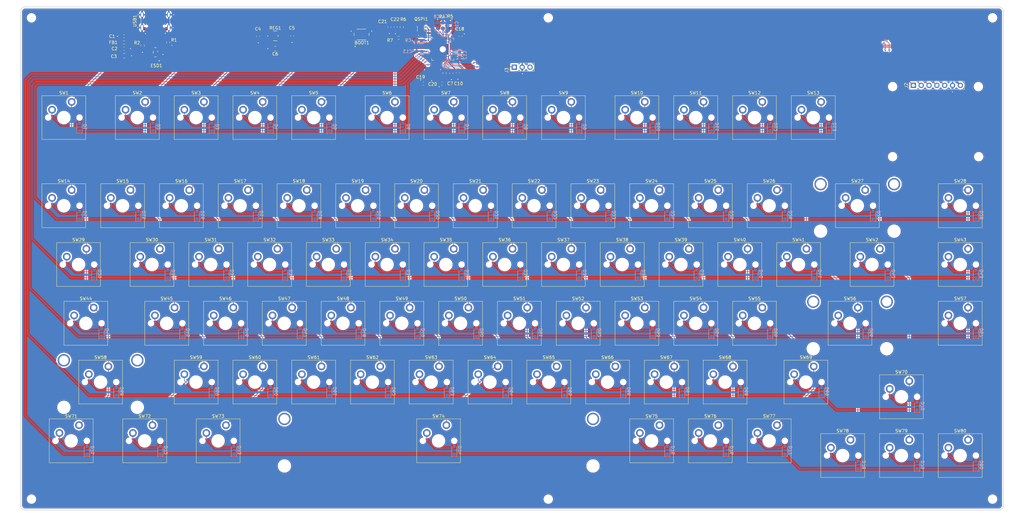
<source format=kicad_pcb>
(kicad_pcb (version 20241229) (generator "pcbnew") (generator_version "9.0")
  (layers (0 "F.Cu" signal) (2 "B.Cu" signal) (13 "F.Paste" user) (15 "B.Paste" user) (5 "F.SilkS" user "F.Silkscreen") (7 "B.SilkS" user "B.Silkscreen") (1 "F.Mask" user) (3 "B.Mask" user) (25 "Edge.Cuts" user))
  (net 0 "")
  (net 1 "GND")
  (net 2 "+3.3V")
  (net 3 "Net-(BOOT1-Pad1)")
  (net 4 "+5V")
  (net 5 "XIN")
  (net 6 "+1.1V")
  (net 7 "Vbus")
  (net 8 "row0")
  (net 9 "Net-(D1-A)")
  (net 10 "Net-(D2-A)")
  (net 11 "Net-(D3-A)")
  (net 12 "Net-(D4-A)")
  (net 13 "Net-(D5-A)")
  (net 14 "Net-(D6-A)")
  (net 15 "Net-(D7-A)")
  (net 16 "Net-(D8-A)")
  (net 17 "Net-(D9-A)")
  (net 18 "Net-(D10-A)")
  (net 19 "Net-(D11-A)")
  (net 20 "Net-(D12-A)")
  (net 21 "Net-(D13-A)")
  (net 22 "row1")
  (net 23 "Net-(D16-A)")
  (net 24 "Net-(D17-A)")
  (net 25 "Net-(D18-A)")
  (net 26 "Net-(D19-A)")
  (net 27 "Net-(D20-A)")
  (net 28 "Net-(D21-A)")
  (net 29 "Net-(D22-A)")
  (net 30 "Net-(D23-A)")
  (net 31 "Net-(D24-A)")
  (net 32 "Net-(D25-A)")
  (net 33 "Net-(D26-A)")
  (net 34 "Net-(D27-A)")
  (net 35 "Net-(D28-A)")
  (net 36 "Net-(D29-A)")
  (net 37 "Net-(D30-A)")
  (net 38 "row2")
  (net 39 "Net-(D31-A)")
  (net 40 "Net-(D32-A)")
  (net 41 "Net-(D33-A)")
  (net 42 "Net-(D34-A)")
  (net 43 "Net-(D35-A)")
  (net 44 "Net-(D36-A)")
  (net 45 "Net-(D37-A)")
  (net 46 "Net-(D38-A)")
  (net 47 "Net-(D39-A)")
  (net 48 "Net-(D40-A)")
  (net 49 "Net-(D41-A)")
  (net 50 "Net-(D42-A)")
  (net 51 "Net-(D43-A)")
  (net 52 "Net-(D44-A)")
  (net 53 "Net-(D45-A)")
  (net 54 "row3")
  (net 55 "Net-(D46-A)")
  (net 56 "Net-(D47-A)")
  (net 57 "Net-(D48-A)")
  (net 58 "Net-(D49-A)")
  (net 59 "Net-(D50-A)")
  (net 60 "Net-(D51-A)")
  (net 61 "Net-(D52-A)")
  (net 62 "Net-(D53-A)")
  (net 63 "Net-(D54-A)")
  (net 64 "Net-(D55-A)")
  (net 65 "Net-(D56-A)")
  (net 66 "Net-(D57-A)")
  (net 67 "Net-(D58-A)")
  (net 68 "Net-(D60-A)")
  (net 69 "Net-(D61-A)")
  (net 70 "row4")
  (net 71 "Net-(D62-A)")
  (net 72 "Net-(D63-A)")
  (net 73 "Net-(D64-A)")
  (net 74 "Net-(D65-A)")
  (net 75 "Net-(D66-A)")
  (net 76 "Net-(D67-A)")
  (net 77 "Net-(D68-A)")
  (net 78 "Net-(D69-A)")
  (net 79 "Net-(D70-A)")
  (net 80 "Net-(D71-A)")
  (net 81 "Net-(D72-A)")
  (net 82 "Net-(D74-A)")
  (net 83 "row5")
  (net 84 "Net-(D76-A)")
  (net 85 "Net-(D77-A)")
  (net 86 "Net-(D78-A)")
  (net 87 "Net-(C20-Pad1)")
  (net 88 "Net-(D14-A)")
  (net 89 "Net-(D15-A)")
  (net 90 "Net-(D59-A)")
  (net 91 "Net-(D73-A)")
  (net 92 "Net-(D75-A)")
  (net 93 "Net-(D79-A)")
  (net 94 "/SWCLK")
  (net 95 "/SWDIO")
  (net 96 "DIN")
  (net 97 "CS")
  (net 98 "DS")
  (net 99 "SCK")
  (net 100 "RST")
  (net 101 "Net-(D80-A)")
  (net 102 "col0")
  (net 103 "col1")
  (net 104 "col2")
  (net 105 "col3")
  (net 106 "col4")
  (net 107 "col5")
  (net 108 "col6")
  (net 109 "col7")
  (net 110 "col8")
  (net 111 "col9")
  (net 112 "col10")
  (net 113 "col11")
  (net 114 "col12")
  (net 115 "col13")
  (net 116 "col14")
  (net 117 "/QSPI_SD0")
  (net 118 "/QSPI_SD2")
  (net 119 "/QSPI_SD1")
  (net 120 "/QSPI_SD3")
  (net 121 "/QSPI_SS")
  (net 122 "/QSPI_SCLK")
  (net 124 "Net-(REG1-RST{slash}ADJ)")
  (net 126 "Net-(USB1-CC1)")
  (net 127 "Net-(USB1-CC2)")
  (net 129 "XOUT")
  (net 134 "/D+")
  (net 135 "/D-")
  (net 136 "/USB+")
  (net 137 "/USB-")
  (footprint "PCM_Switch_Keyboard_Cherry_MX:SW_Cherry_MX_PCB_1.00u" (layer "F.Cu") (at 93.305 100.825)
    (property "Reference" "SW2")
    (property "Value" "F1")
  )
  (footprint "LDO_REG_3V3:SP6201EM5" (layer "F.Cu") (at 137.9991 74.349001)
    (property "Reference" "REG1")
    (property "Value" "SPX5205M5-L-3-3/TR" (hide yes))
  )
  (footprint "PCM_Switch_Keyboard_Cherry_MX:SW_Cherry_MX_PCB_1.00u" (layer "F.Cu") (at 283.805 186.55)
    (property "Reference" "SW68")
    (property "Value" "?")
  )
  (footprint "Capacitor_SMD:C_0805_2012Metric_Pad1.18x1.45mm_HandSolder" (layer "F.Cu") (at 138 78.5 180)
    (property "Reference" "C6")
    (property "Value" "NO-FIT(10u)")
  )
  (footprint "PCM_Switch_Keyboard_Cherry_MX:SW_Cherry_MX_PCB_1.00u" (layer "F.Cu") (at 312.38 100.825)
    (property "Reference" "SW13")
    (property "Value" "F12")
  )
  (footprint "PCM_Switch_Keyboard_Cherry_MX:SW_Cherry_MX_PCB_1.00u" (layer "F.Cu") (at 212.3675 100.825)
    (property "Reference" "SW8")
    (property "Value" "F7")
  )
  (footprint "MountingHole:MountingHole_2.7mm_M2.5" (layer "F.Cu") (at 370.5 68.5)
    (property "Reference" "REF**" (hide yes))
    (property "Value" "MountingHole_2.7mm_M2.5")
  )
  (footprint "Resistor_SMD:R_0603_1608Metric_Pad0.98x0.95mm_HandSolder" (layer "F.Cu") (at 178 75 180)
    (property "Reference" "R7")
    (property "Value" "1K")
  )
  (footprint "PCM_Switch_Keyboard_Cherry_MX:SW_Cherry_MX_PCB_1.50u" (layer "F.Cu") (at 331.43 148.45)
    (property "Reference" "SW42")
    (property "Value" "|")
  )
  (footprint "PCM_Switch_Keyboard_Cherry_MX:SW_Cherry_MX_PCB_1.00u" (layer "F.Cu") (at 298.0925 205.6)
    (property "Reference" "SW77")
    (property "Value" "ctrl")
  )
  (footprint "PCM_Switch_Keyboard_Cherry_MX:SW_Cherry_MX_PCB_1.25u" (layer "F.Cu") (at 119.49875 205.6)
    (property "Reference" "SW73")
    (property "Value" "alt")
  )
  (footprint "PCM_Switch_Keyboard_Cherry_MX:SW_Cherry_MX_PCB_1.00u" (layer "F.Cu") (at 193.3175 148.45)
    (property "Reference" "SW35")
    (property "Value" "y")
  )
  (footprint "PCM_Switch_Keyboard_Cherry_MX:SW_Cherry_MX_PCB_1.00u" (layer "F.Cu") (at 150.455 100.825)
    (property "Reference" "SW5")
    (property "Value" "F4")
  )
  (footprint "QSPI_Flash:W25Q16JVUXIQ_WIN" (layer "F.Cu") (at 185.2 72 90)
    (property "Reference" "QSPI1")
    (property "Value" "W25Q16JVUXIQ" (hide yes))
  )
  (footprint "PCM_Switch_Keyboard_Cherry_MX:SW_Cherry_MX_PCB_2.25u" (layer "F.Cu") (at 81.39875 186.55)
    (property "Reference" "SW58")
    (property "Value" "shift")
  )
  (footprint "PCM_Switch_Keyboard_Cherry_MX:SW_Cherry_MX_PCB_1.00u" (layer "F.Cu") (at 293.33 100.825)
    (property "Reference" "SW12")
    (property "Value" "F11")
  )
  (footprint "PCM_Switch_Keyboard_Cherry_MX:SW_Cherry_MX_PCB_1.00u" (layer "F.Cu") (at 279.0425 129.4)
    (property "Reference" "SW25")
    (property "Value" "-")
  )
  (footprint "PCM_Switch_Keyboard_Cherry_MX:SW_Cherry_MX_PCB_1.00u" (layer "F.Cu") (at 174.2675 148.45)
    (property "Reference" "SW34")
    (property "Value" "t")
  )
  (footprint "Connector_USB:USB_C_Receptacle_GCT_USB4105-xx-A_16P_TopMnt_Horizontal" (layer "F.Cu") (at 99.18 68.575 180)
    (property "Reference" "USB1")
    (property "Value" "USB_C_Receptacle_USB2.0_16P")
  )
  (footprint "Connector_PinHeader_2.54mm:PinHeader_1x07_P2.54mm_Vertical" (layer "F.Cu") (at 344.82 90.4 90)
    (property "Reference" "J2")
    (property "Value" "Conn_01x07")
  )
  (footprint "Capacitor_SMD:C_0603_1608Metric_Pad1.08x0.95mm_HandSolder" (layer "F.Cu") (at 192 89.8 180)
    (property "Reference" "C20")
    (property "Value" "15pF")
  )
  (footprint "PCM_Switch_Keyboard_Cherry_MX:SW_Cherry_MX_PCB_6.25u" (layer "F.Cu") (at 190.93625 205.6)
    (property "Reference" "SW74")
    (property "Value" "spacebar")
  )
  (footprint "PCM_Switch_Keyboard_Cherry_MX:SW_Cherry_MX_PCB_1.00u" (layer "F.Cu") (at 221.8925 129.4)
    (property "Reference" "SW22")
    (property "Value" "8")
  )
  (footprint "PCM_Switch_Keyboard_Cherry_MX:SW_Cherry_MX_PCB_1.00u" (layer "F.Cu") (at 240.9425 129.4)
    (property "Reference" "SW23")
    (property "Value" "9")
  )
  (footprint "PCM_Switch_Keyboard_Cherry_MX:SW_Cherry_MX_PCB_1.00u" (layer "F.Cu") (at 255.23 167.5)
    (property "Reference" "SW53")
    (property "Value" "l")
  )
  (footprint "PCM_Switch_Keyboard_Cherry_MX:SW_Cherry_MX_PCB_1.00u" (layer "F.Cu") (at 183.7925 129.4)
    (property "Reference" "SW20")
    (property "Value" "6")
  )
  (footprint "PCM_Switch_Keyboard_Cherry_MX:SW_Cherry_MX_PCB_1.00u" (layer "F.Cu") (at 269.5175 148.45)
    (property "Reference" "SW39")
    (property "Value" "p")
  )
  (footprint "PCM_Switch_Keyboard_Cherry_MX:SW_Cherry_MX_PCB_1.00u" (layer "F.Cu") (at 159.98 167.5)
    (property "Reference" "SW48")
    (property "Value" "f")
  )
  (footprint "PCM_Switch_Keyboard_Cherry_MX:SW_Cherry_MX_PCB_1.00u" (layer "F.Cu") (at 102.83 167.5)
    (property "Reference" "SW45")
    (property "Value" "a")
  )
  (footprint "PCM_Switch_Keyboard_Cherry_MX:SW_Cherry_MX_PCB_1.00u" (layer "F.Cu") (at 131.405 186.55)
    (property "Reference" "SW60")
    (property "Value" "x")
  )
  (footprint "ESD_Protect:SOT143B_PRTR5V0U2X_215_NEX" (layer "F.Cu") (at 99.1786 79.65 90)
    (property "Reference" "ESD1")
    (property "Value" "PRTR5V0U2X_215" (hide yes))
  )
  (footprint "PCM_Switch_Keyboard_Cherry_MX:SW_Cherry_MX_PCB_1.00u" (layer "F.Cu") (at 117.1175 148.45)
    (property "Reference" "SW31")
    (property "Value" "w")
  )
  (footprint "PCM_Switch_Keyboard_Cherry_MX:SW_Cherry_MX_PCB_1.00u" (layer "F.Cu") (at 155.2175 148.45)
    (property "Reference" "SW33")
    (property "Value" "r")
  )
  (footprint "Package_DFN_QFN:QFN-56-1EP_7x7mm_P0.4mm_EP3.2x3.2mm" (layer "F.Cu") (at 192.3 78.7)
    (property "Reference" "U3" (hide yes))
    (property "Value" "RP2040")
  )
  (footprint "PCM_Switch_Keyboard_Cherry_MX:SW_Cherry_MX_PCB_1.00u" (layer "F.Cu") (at 131.405 100.825)
    (property "Reference" "SW4")
    (property "Value" "F3")
  )
  (footprint "PCM_Switch_Keyboard_Cherry_MX:SW_Cherry_MX_PCB_1.25u" (layer "F.Cu") (at 71.87375 205.6)
    (property "Reference" "SW71")
    (property "Value" "ctrl")
  )
  (footprint "PCM_Switch_Keyboard_Cherry_MX:SW_Cherry_MX_PCB_2.00u" (layer "F.Cu") (at 326.6675 129.4)
    (property "Reference" "SW27")
    (property "Value" "backspace")
  )
  (footprint "PCM_Switch_Keyboard_Cherry_MX:SW_Cherry_MX_PCB_1.00u" (layer "F.Cu") (at 174.2675 100.825)
    (property "Reference" "SW6")
    (property "Value" "F5")
  )
  (footprint "PCM_Switch_Keyboard_Cherry_MX:SW_Cherry_MX_PCB_1.00u" (layer "F.Cu") (at 217.13 167.5)
    (property "Reference" "SW51")
    (property "Value" "j")
  )
  (footprint "Capacitor_SMD:C_0603_1608Metric_Pad1.08x0.95mm_HandSolder" (layer "F.Cu") (at 177 71.5 -90)
    (property "Reference" "C22")
    (property "Value" "2u2")
  )
  (footprint "MountingHole:MountingHole_2.7mm_M2.5" (layer "F.Cu") (at 365.9 90.8)
    (property "Reference" "REF**" (hide yes))
    (property "Value" "MountingHole_2.7mm_M2.5")
  )
  (footprint "Capacitor_SMD:C_0603_1608Metric_Pad1.08x0.95mm_HandSolder" (layer "F.Cu") (at 195.1 86.4625 -90)
    (property "Reference" "C7")
    (property "Value" "100n")
  )
  (footprint "PCM_Switch_Keyboard_Cherry_MX:SW_Cherry_MX_PCB_1.00u" (layer "F.Cu") (at 236.18 167.5)
    (property "Reference" "SW52")
    (property "Value" "k")
  )
  (footprint "PCM_Switch_Keyboard_Cherry_MX:SW_Cherry_MX_PCB_1.00u" (layer "F.Cu") (at 298.0925 129.4)
    (property "Reference" "SW26")
    (property "Value" "+")
  )
  (footprint "PCM_Switch_Keyboard_Cherry_MX:SW_Cherry_MX_PCB_1.00u" (layer "F.Cu") (at 231.4175 100.825)
    (property "Reference" "SW9")
    (property "Value" "F8")
  )
  (footprint "PCM_Switch_Keyboard_Cherry_MX:SW_Cherry_MX_PCB_1.00u" (layer "F.Cu") (at 164.7425 129.4)
    (property "Reference" "SW19")
    (property "Value" "5")
  )
  (footprint "Resistor_SMD:R_0603_1608Metric_Pad0.98x0.95mm_HandSolder" (layer "F.Cu") (at 192.5 71.0125 -90)
    (property "Reference" "R4")
    (property "Value" "27R")
  )
  (footprint "Resistor_SMD:R_0603_1608Metric_Pad0.98x0.95mm_HandSolder" (layer "F.Cu") (at 89 76.5 180)
    (property "Reference" "FB1")
    (property "Value" "120/100MHZ")
  )
  (footprint "PCM_Switch_Keyboard_Cherry_MX:SW_Cherry_MX_PCB_1.00u" (layer "F.Cu") (at 259.9925 129.4)
    (property "Reference" "SW24")
    (property "Value" "0")
  )
  (footprint "Resistor_SMD:R_0603_1608Metric_Pad0.98x0.95mm_HandSolder" (layer "F.Cu") (at 194.5 71.0125 -90)
    (property "Reference" "R5")
    (property "Value" "27R")
  )
  (footprint "Capacitor_SMD:C_0805_2012Metric_Pad1.18x1.45mm_HandSolder" (layer "F.Cu") (at 89.1 80.8)
    (property "Reference" "C3")
    (property "Value" "10uF")
  )
  (footprint "PCM_Switch_Keyboard_Cherry_MX:SW_Cherry_MX_PCB_1.00u" (layer "F.Cu") (at 226.655 186.55)
    (property "Reference" "SW65")
    (property "Value" "m")
  )
  (footprint "Resistor_SMD:R_0603_1608Metric_Pad0.98x0.95mm_HandSolder" (layer "F.Cu") (at 192.9 86.4125 -90)
    (property "Reference" "R3" (hide yes))
    (property "Value" "1k")
  )
  (footprint "PCM_Switch_Keyboard_Cherry_MX:SW_Cherry_MX_PCB_1.00u" (layer "F.Cu") (at 231.4175 148.45)
    (property "Reference" "SW37")
    (property "Value" "i")
  )
  (footprint "PCM_Switch_Keyboard_Cherry_MX:SW_Cherry_MX_PCB_1.00u" (layer "F.Cu") (at 179.03 167.5)
    (property "Reference" "SW49")
    (property "Value" "g")
  )
  (footprint "MountingHole:MountingHole_2.7mm_M2.5" (layer "F.Cu") (at 59 68.5)
    (property "Reference" "REF**" (hide yes))
    (property "Value" "MountingHole_2.7mm_M2.5")
  )
  (footprint "PCM_Switch_Keyboard_Cherry_MX:SW_Cherry_MX_PCB_1.00u" (layer "F.Cu") (at 112.355 186.55)
    (property "Reference" "SW59")
    (property "Value" "z")
  )
  (footprint "PCM_Switch_Keyboard_Cherry_MX:SW_Cherry_MX_PCB_1.00u" (layer "F.Cu") (at 293.33 167.5)
    (property "Reference" "SW55")
    (property "Value" "\"")
  )
  (footprint "PCM_marbastlib-mx:STAB_MX_P_2.25u" (layer "F.Cu") (at 81.40625 186.485)
    (property "Reference" "S3" (hide yes))
    (property "Value" "MX_stab")
  )
  (footprint "Resistor_SMD:R_0603_1608Metric_Pad0.98x0.95mm_HandSolder" (layer "F.Cu") (at 103.3 76.5 90)
    (property "Reference" "R1")
    (property "Value" "5.1k")
  )
  (footprint "PCM_Switch_Keyboard_Cherry_MX:SW_Cherry_MX_PCB_1.75u" (layer "F.Cu") (at 76.63625 167.5)
    (property "Reference" "SW44")
    (property "Value" "caps")
  )
  (footprint "PCM_Switch_Keyboard_Cherry_MX:SW_Cherry_MX_PCB_1.00u" (layer "F.Cu") (at 207.605 186.55)
    (property "Reference" "SW64")
    (property "Value" "n")
  )
  (footprint "PCM_Switch_Keyboard_Cherry_MX:SW_Cherry_MX_PCB_2.25u" (layer "F.Cu") (at 324.28625 167.5)
    (property "Reference" "SW56")
    (property "Value" "enter")
  )
  (footprint "PCM_Switch_Keyboard_Cherry_MX:SW_Cherry_MX_PCB_1.00u" (layer "F.Cu") (at 259.9925 205.6)
    (property "Reference" "SW75")
    (property "Value" "alt")
  )
  (footprint "PCM_Switch_Keyboard_Cherry_MX:SW_Cherry_MX_PCB_1.00u" (layer "F.Cu") (at 98.0675 148.45)
    (property "Reference" "SW30")
    (property "Value" "q")
  )
  (footprint "PCM_Switch_Keyboard_Cherry_MX:SW_Cherry_MX_PCB_1.00u" (layer "F.Cu") (at 307.6175 148.45)
    (property "Reference" "SW41")
    (property "Value" "]")
  )
  (footprint "Capacitor_SMD:C_0603_1608Metric_Pad1.08x0.95mm_HandSolder" (layer "F.Cu") (at 89 78.5)
    (property "Reference" "C2")
    (property "Value" "0.1uF")
  )
  (footprint "PCM_Switch_Keyboard_Cherry_MX:SW_Cherry_MX_PCB_1.00u" (layer "F.Cu") (at 250.4675 148.45)
    (property "Reference" "SW38")
    (property "Value" "o")
  )
  (footprint "PCM_Switch_Keyboard_Cherry_MX:SW_Cherry_MX_PCB_1.00u" (layer "F.Cu") (at 193.3175 100.825)
    (property "Reference" "SW7")
    (property "Value" "F6")
  )
  (footprint "MountingHole:MountingHole_2.7mm_M2.5" (layer "F.Cu") (at 366 113.5)
    (property "Reference" "REF**" (hide yes))
    (property "Value" "MountingHole_2.7mm_M2.5")
  )
  (footprint "PCM_Switch_Keyboard_Cherry_MX:SW_Cherry_MX_PCB_1.00u" (layer "F.Cu") (at 340.955 210.3625)
    (property "Reference" "SW79")
    (property "Value" "arrow_down")
  )
  (footprint "PCM_marbastlib-mx:STAB_MX_P_6.25u" (layer "F.Cu") (at 190.99375 205.485)
    (property "Reference" "S1" (hide yes))
    (property "Value" "MX_stab")
  )
  (footprint "PCM_Switch_Keyboard_Cherry_MX:SW_Cherry_MX_PCB_1.00u" (layer "F.Cu") (at 360.005 210.3625)
    (property "Reference" "SW80")
    (property "Value" "arrow_right")
  )
  (footprint "PCM_Switch_Keyboard_Cherry_MX:SW_Cherry_MX_PCB_1.25u" (layer "F.Cu") (at 95.68625 205.6)
    (property "Reference" "SW72")
    (property "Value" "windows")
  )
  (footprint "PCM_Switch_Keyboard_Cherry_MX:SW_Cherry_MX_PCB_1.00u" (layer "F.Cu") (at 321.905 210.3625)
    (property "Reference" "SW78")
    (property "Value" "arrow_left")
  )
  (footprint "PCM_Switch_Keyboard_Cherry_MX:SW_Cherry_MX_PCB_1.00u" (layer "F.Cu") (at 188.555 186.55)
    (property "Reference" "SW63")
    (property "Value" "b")
  )
  (footprint "PCM_Switch_Keyboard_Cherry_MX:SW_Cherry_MX_PCB_1.00u" (layer "F.Cu") (at 150.455 186.55)
    (property "Reference" "SW61")
    (property "Value" "c")
  )
  (footprint "CRYSTAL_12MHZ:ABM8-272-T3_ABR" (layer "F.Cu") (at 189.499999 86.4)
    (property "Reference" "X1" (hide yes))
    (property "Value" "ABM8-272-T3" (hide yes))
  )
  (footprint "Capacitor_SMD:C_0603_1608Metric_Pad1.08x0.95mm_HandSolder" (layer "F.Cu") (at 198.1 74.5 90)
    (property "Reference" "C18")
    (property "Value" "1u")
  )
  (footprint "PCM_Switch_Keyboard_Cherry_MX:SW_Cherry_MX_PCB_1.00u" (layer "F.Cu") (at 121.88 167.5)
    (property "Reference" "SW46")
    (property "Value" "s")
  )
  (footprint "MountingHole:MountingHole_2.7mm_M2.5" (layer "F.Cu") (at 226.5 224.5)
    (property "Reference" "REF**" (hide yes))
    (property "Value" "MountingHole_2.7mm_M2.5")
  )
  (footprint "Capacitor_SMD:C_0603_1608Metric_Pad1.08x0.95mm_HandSolder" (layer "F.Cu") (at 175 71.5 -90)
    (property "Reference" "C21")
    (property "Value" "100n")
  )
  (footprint "PCM_Switch_Keyboard_Cherry_MX:SW_Cherry_MX_PCB_1.00u" (layer "F.Cu") (at 360.005 167.5)
    (property "Reference" "SW57")
    (property "Value" "delete")
  )
  (footprint "PCM_Switch_Keyboard_Cherry_MX:SW_Cherry_MX_PCB_1.00u" (layer "F.Cu") (at 126.6425 129.4)
    (property "Reference" "SW17")
    (property "Value" "3")
  )
  (footprint "PCM_marbastlib-mx:STAB_MX_P_2.25u" (layer "F.Cu") (at 324.28625 167.5)
    (property "Reference" "S4" (hide yes))
    (property "Value" "MX_stab")
  )
  (footprint "PCM_Switch_Keyboard_Cherry_MX:SW_Cherry_MX_PCB_1.00u" (layer "F.Cu") (at 264.755 186.55)
    (property "Reference" "SW67")
    (property "Value" ">")
  )
  (footprint "PCM_Switch_Keyboard_Cherry_MX:SW_Cherry_MX_PCB_1.00u" (layer "F.Cu") (at 255.23 100.825)
    (property "Reference" "SW10")
    (property "Value" "F9")
  )
  (footprint "Connector_PinHeader_2.54mm:PinHeader_1x03_P2.54mm_Vertical" (layer "F.Cu") (at 215.5 84.5 90)
    (property "Reference" "J3")
    (property "Value" "Conn_01x03")
  )
  (footprint "PCM_Switch_Keyboard_Cherry_MX:SW_Cherry_MX_PCB_1.00u" (layer "F.Cu") (at 245.705 186.55)
    (property "Reference" "SW66")
    (property "Value" "<")
  )
  (footprint "PCM_Switch_Keyboard_Cherry_MX:SW_Cherry_MX_PCB_1.00u" (layer "F.Cu") (at 69.4925 100.825)
    (property "Reference" "SW1")
    (property "Value" "ESC")
  )
  (footprint "PCM_Switch_Keyboard_Cherry_MX:SW_Cherry_MX_PCB_1.00u" (layer "F.Cu") (at 360.005 148.45)
    (property "Reference" "SW43")
    (property "Value" "pg_down")
  )
  (footprint "PCM_Switch_Keyboard_Cherry_MX:SW_Cherry_MX_PCB_1.00u" (layer "F.Cu") (at 140.93 167.5)
    (property "Reference" "SW47")
    (property "Value" "d")
  )
  (footprint "PCM_Switch_Keyboard_Cherry_MX:SW_Cherry_MX_PCB_1.00u" (layer "F.Cu") (at 88.5425 129.4)
    (property "Reference" "SW15")
    (property "Value" "1")
  )
  (footprint "PCM_Switch_Keyboard_Cherry_MX:SW_Cherry_MX_PCB_1.75u" (layer "F.Cu") (at 309.99875 186.55)
    (property "Reference" "SW69")
    (property "Value" "shift_2")
  )
  (footprint "Resistor_SMD:R_0603_1608Metric_Pad0.98x0.95mm_HandSolder" (layer "F.Cu") (at 179 71.5 90)
    (property "Reference" "R6")
    (property "Value" "No-Fit(1k)")
  )
  (footprint "PCM_Switch_Keyboard_Cherry_MX:SW_Cherry_MX_PCB_1.00u" (layer "F.Cu") (at 288.5675 148.45)
    (property "Reference" "SW40")
    (property "Value" "[")
  )
  (footprint "Resistor_SMD:R_0603_1608Metric_Pad0.98x0.95mm_HandSolder" (layer "F.Cu") (at 95 77.5 -90)
    (property "Reference" "R2")
    (property "Value" "5.1k")
  )
  (footprint "PCM_Switch_Keyboard_Cherry_MX:SW_Cherry_MX_PCB_1.00u" (layer "F.Cu") (at 198.08 167.5)
    (property "Reference" "SW50")
    (property "Value" "h")
  )
  (footprint "PCM_Switch_Keyboard_Cherry_MX:SW_Cherry_MX_PCB_1.00u" (layer "F.Cu") (at 274.28 100.825)
    (property "Reference" "SW11")
    (property "Value" "F10")
  )
  (footprint "MountingHole:MountingHole_2.7mm_M2.5" (layer "F.Cu") (at 338.1 90.8)
    (property "Reference" "REF**" (hide yes))
    (property "Value" "MountingHole_2.7mm_M2.5")
  )
  (footprint "DEbug_Button:SW4_SKRPABE010_ALPS" (layer "F.Cu") (at 165.975 73.874999 90)
    (property "Reference" "BOOT1")
    (property "Value" "SKRPABE010" (hide yes))
  )
  (footprint "PCM_Switch_Keyboard_Cherry_MX:SW_Cherry_MX_PCB_1.00u" (layer "F.Cu") (at 360.005 129.4)
    (property "Reference" "SW28")
    (property "Value" "pg_up")
  )
  (footprint "Capacitor_SMD:C_0603_1608Metric_Pad1.08x0.95mm_HandSolder" (layer "F.Cu") (at 197.2 86.3 -90)
    (property "Reference" "C10")
    (property "Value" "100n")
  )
  (footprint "MountingHole:MountingHole_2.7mm_M2.5" (layer "F.Cu") (at 370.5 224.5)
    (property "Reference" "REF**" (hide yes))
    (property "Value" "MountingHole_2.7mm_M2.5")
  )
  (footprint "PCM_Switch_Keyboard_Cherry_MX:SW_Cherry_MX_PCB_1.00u" (layer "F.Cu") (at 107.5925 129.4)
    (property "Reference" "SW16")
    (property "Value" "2")
  )
  (footprint "PCM_Switch_Keyboard_Cherry_MX:SW_Cherry_MX_PCB_1.00u" (layer "F.Cu") (at 202.8425 129.4)
    (property "Reference" "SW21")
    (property "Value" "7")
  )
  (footprint "MountingHole:MountingHole_2.7mm_M2.5" (layer "F.Cu") (at 59 224.5)
    (property "Reference" "REF**" (hide yes))
    (property "Value" "MountingHole_2.7mm_M2.5")
  )
  (footprint "Capacitor_SMD:C_0603_1608Metric_Pad1.08x0.95mm_HandSolder" (layer "F.Cu") (at 186 89.8 180)
    (property "Reference" "C19")
    (property "Value" "15pF")
  )
  (footprint "PCM_Switch_Keyboard_Cherry_MX:SW_Cherry_MX_PCB_1.00u" (layer "F.Cu") (at 145.6925 129.4)
    (property "Reference" "SW18")
    (property "Value" "4")
  )
  (footprint "PCM_marbastlib-mx:STAB_MX_P_2u" (layer "F.Cu") (at 326.6675 129.4)
    (property "Reference" "S2" (hide yes))
    (property "Value" "MX_stab")
  )
  (footprint "PCM_Switch_Keyboard_Cherry_MX:SW_Cherry_MX_PCB_1.00u" (layer "F.Cu") (at 274.28 167.5)
    (property "Reference" "SW54")
    (property "Value" ":")
  )
  (footprint "MountingHole:MountingHole_2.7mm_M2.5" (layer "F.Cu") (at 226.5 68.5)
    (property "Reference" "REF**" (hide yes))
    (property "Value" "MountingHole_2.7mm_M2.5")
  )
  (footprint "PCM_Switch_Keyboard_Cherry_MX:SW_Cherry_MX_PCB_1.50u" (layer "F.Cu") (at 74.255 148.45)
    (property "Reference" "SW29")
    (property "Value" "tab")
  )
  (footprint "PCM_Switch_Keyboard_Cherry_MX:SW_Cherry_MX_PCB_1.00u" (layer "F.Cu") (at 212.3675 148.45)
    (property "Reference" "SW36")
    (property "Value" "u")
  )
  (footprint "PCM_Switch_Keyboard_Cherry_MX:SW_Cherry_MX_PCB_1.00u" (layer "F.Cu") (at 169.505 186.55)
    (property "Reference" "SW62")
    (property "Value" "v")
  )
  (footprint "PCM_Switch_Keyboard_Cherry_MX:SW_Cherry_MX_PCB_1.00u" (layer "F.Cu") (at 69.4925 129.4)
    (property "Reference" "SW14")
    (property "Value" "\"~`\"")
  )
  (footprint "PCM_Switch_Keyboard_Cherry_MX:SW_Cherry_MX_PCB_1.00u" (layer "F.Cu") (at 136.1675 148.45)
    (property "Reference" "SW32")
    (property "Value" "e")
  )
  (footprint "PCM_Switch_Keyboard_Cherry_MX:SW_Cherry_MX_PCB_1.00u" (layer "F.Cu") (at 279.0425 205.6)
    (property "Reference" "SW76")
    (property "Value" "fn")
  )
  (footprint "PCM_Switch_Keyboard_Cherry_MX:SW_Cherry_MX_PCB_1.00u" (layer "F.Cu") (at 340.955 191.3125)
    (property "Reference" "SW70")
    (property "Value" "arrow_up")
  )
  (footprint "Capacitor_SMD:C_0603_1608Metric_Pad1.08x0.95mm_HandSolder" (layer "F.Cu") (at 89 74.5 180)
    (property "Reference" "C1")
    (property "Value" "10nF")
  )
  (footprint "MountingHole:MountingHole_2.7mm_M2.5" (layer "F.Cu") (at 338.1 113.5)
    (property "Reference" "REF**" (hide yes))
    (property "Value" "MountingHole_2.7mm_M2.5")
  )
  (footprint "Capacitor_SMD:C_0603_1608Metric_Pad1.08x0.95mm_HandSolder" (layer "F.Cu") (at 143.5 74.3625 -90)
    (property "Reference" "C5")
    (property "Value" "1uF")
  )
  (footprint "PCM_Switch_Keyboard_Cherry_MX:SW_Cherry_MX_PCB_1.00u" (layer "F.Cu") (at 112.355 100.825)
    (property "Reference" "SW3")
    (property "Value" "F2")
  )
  (footprint "Capacitor_SMD:C_0603_1608Metric_Pad1.08x0.95mm_HandSolder" (layer "F.Cu") (at 132.5 74.5 -90)
    (property "Reference" "C4")
    (property "Value" "1uF")
  )
  (footprint "Diode_SMD:D_SOD-323_HandSoldering" (layer "B.Cu") (at 124.57875 208.63 90)
    (property "Reference" "D73")
    (property "Value" "D_Small")
  )
  (footprint "Diode_SMD:D_SOD-323_HandSoldering" (layer "B.Cu") (at 79.335 151.48 90)
    (property "Reference" "D29")
    (property "Value" "D_Small")
  )
  (footprint "Diode_SMD:D_SOD-323_HandSoldering" (layer "B.Cu") (at 188.8725 132.43 90)
    (property "Reference" "D20")
    (property "Value" "D_Small")
  )
  (footprint "Capacitor_SMD:C_0603_1608Metric_Pad1.08x0.95mm_HandSolder" (layer "B.Cu") (at 190.6 71 90)
    (property "Reference" "C8")
    (property "Value" "100n")
  )
  (footprint "Diode_SMD:D_SOD-323_HandSoldering" (layer "B.Cu") (at 241.26 170.53 90)
    (property "Reference" "D52")
    (property "Value" "D_Small")
  )
  (footprint "Diode_SMD:D_SOD-323_HandSoldering" (layer "B.Cu") (at 217.4475 151.48 90)
    (property "Reference" "D36")
    (property "Value" "D_Small")
  )
  (footprint "Diode_SMD:D_SOD-323_HandSoldering" (layer "B.Cu") (at 331.7475 132.43 90)
    (property "Reference" "D27")
    (property "Value" "D_Small")
  )
  (footprint "Diode_SMD:D_SOD-323_HandSoldering" (layer "B.Cu") (at 93.6225 132.43 90)
    (property "Reference" "D15")
    (property "Value" "D_Small")
  )
  (footprint "Diode_SMD:D_SOD-323_HandSoldering" (layer "B.Cu") (at 346.035 194.3425 90)
    (property "Reference" "D70")
    (property "Value" "D_Small")
  )
  (footprint "Capacitor_SMD:C_0603_1608Metric_Pad1.08x0.95mm_HandSolder" (layer "B.Cu") (at 184.5 75.9 180)
    (property "Reference" "C9")
    (property "Value" "100n")
  )
  (footprint "Diode_SMD:D_SOD-323_HandSoldering" (layer "B.Cu") (at 260.31 103.855 90)
    (property "Reference" "D10")
    (property "Value" "D_Small")
  )
  (footprint "Diode_SMD:D_SOD-323_HandSoldering" (layer "B.Cu") (at 141.2475 151.48 90)
    (property "Reference" "D32")
    (property "Value" "D_Small")
  )
  (footprint "Diode_SMD:D_SOD-323_HandSoldering" (layer "B.Cu") (at 298.41 103.855 90)
    (property "Reference" "D12")
    (property "Value" "D_Small")
  )
  (footprint "Capacitor_SMD:C_0603_1608Metric_Pad1.08x0.95mm_HandSolder" (layer "B.Cu") (at 192.2 71.0125 90)
    (property "Reference" "C11")
    (property "Value" "100n" (hide yes))
  )
  (footprint "Diode_SMD:D_SOD-323_HandSoldering" (layer "B.Cu") (at 131.7225 132.43 90)
    (property "Reference" "D17")
    (property "Value" "D_Small")
  )
  (footprint "Diode_SMD:D_SOD-323_HandSoldering" (layer "B.Cu") (at 231.735 189.58 90)
    (property "Reference" "D65")
    (property "Value" "D_Small")
  )
  (footprint "Diode_SMD:D_SOD-323_HandSoldering" (layer "B.Cu") (at 193.635 189.58 90)
    (property "Reference" "D63")
    (property "Value" "D_Small")
  )
  (footprint "Diode_SMD:D_SOD-323_HandSoldering" (layer "B.Cu") (at 265.0725 208.63 90)
    (property "Reference" "D75")
    (property "Value" "D_Small")
  )
  (footprint "Diode_SMD:D_SOD-323_HandSoldering" (layer "B.Cu") (at 174.585 189.58 90)
    (property "Reference" "D62")
    (property "Value" "D_Small")
  )
  (footprint "Diode_SMD:D_SOD-323_HandSoldering" (layer "B.Cu") (at 217.4475 103.855 90)
    (property "Reference" "D8")
    (property "Value" "D_Small")
  )
  (footprint "Capacitor_SMD:C_0603_1608Metric_Pad1.08x0.95mm_HandSolder" (layer "B.Cu") (at 197.8 80.5625 -90)
    (property "Reference" "C12")
    (property "Value" "100n")
  )
  (footprint "Diode_SMD:D_SOD-323_HandSoldering" (layer "B.Cu") (at 303.1725 208.63 90)
    (property "Reference" "D77")
    (property "Value" "D_Small")
  )
  (footprint "Capacitor_SMD:C_0603_1608Metric_Pad1.08x0.95mm_HandSolder" (layer "B.Cu") (at 195.3 71 90)
    (property "Reference" "C17")
    (property "Value" "1u")
  )
  (footprint "Diode_SMD:D_SOD-323_HandSoldering" (layer "B.Cu") (at 117.435 103.855 90)
    (property "Reference" "D3")
    (property "Value" "D_Small")
  )
  (footprint "Diode_SMD:D_SOD-323_HandSoldering" (layer "B.Cu") (at 81.71625 170.53 90)
    (property "Reference" "D44")
    (property "Value" "D_Small")
  )
  (footprint "Diode_SMD:D_SOD-323_HandSoldering" (layer "B.Cu") (at 117.435 189.58 90)
    (property "Reference" "D59")
    (property "Value" "D_Small")
  )
  (footprint "Diode_SMD:D_SOD-323_HandSoldering" (layer "B.Cu") (at 284.1225 132.43 90)
    (property "Reference" "D25")
    (property "Value" "D_Small")
  )
  (footprint "Diode_SMD:D_SOD-323_HandSoldering" (layer "B.Cu") (at 146.01 170.53 90)
    (property "Reference" "D47")
    (property "Value" "D_Small")
  )
  (footprint "Diode_SMD:D_SOD-323_HandSoldering" (layer "B.Cu") (at 255.5475 151.48 90)
    (property "Reference" "D38")
    (property "Value" "D_Small")
  )
  (footprint "Diode_SMD:D_SOD-323_HandSoldering" (layer "B.Cu") (at 317.46 103.855 90)
    (property "Reference" "D13")
    (property "Value" "D_Small")
  )
  (footprint "Diode_SMD:D_SOD-323_HandSoldering" (layer "B.Cu") (at 150.7725 132.43 90)
    (property "Reference" "D18")
    (property "Value" "D_Small")
  )
  (footprint "Diode_SMD:D_SOD-323_HandSoldering" (layer "B.Cu") (at 326.985 213.3925 90)
    (property "Reference" "D78")
    (property "Value" "D_Small")
  )
  (footprint "Diode_SMD:D_SOD-323_HandSoldering" (layer "B.Cu") (at 265.0725 132.43 90)
    (property "Reference" "D24")
    (property "Value" "D_Small")
  )
  (footprint "Diode_SMD:D_SOD-323_HandSoldering" (layer "B.Cu") (at 365.085 170.53 90)
    (property "Reference" "D57")
    (property "Value" "D_Small")
  )
  (footprint "Diode_SMD:D_SOD-323_HandSoldering" (layer "B.Cu") (at 236.4975 151.48 90)
    (property "Reference" "D37")
    (property "Value" "D_Small")
  )
  (footprint "Diode_SMD:D_SOD-323_HandSoldering" (layer "B.Cu") (at 303.1725 132.43 90)
    (property "Reference" "D26")
    (property "Value" "D_Small")
  )
  (footprint "Capacitor_SMD:C_0603_1608Metric_Pad1.08x0.95mm_HandSolder" (layer "B.Cu") (at 184.7 79.4 180)
    (property "Reference" "C13")
    (property "Value" "100n")
  )
  (footprint "Diode_SMD:D_SOD-323_HandSoldering" (layer "B.Cu") (at 315.07875 189.58 90)
    (property "Reference" "D69")
    (property "Value" "D_Small")
  )
  (footprint "Diode_SMD:D_SOD-323_HandSoldering" (layer "B.Cu") (at 203.16 170.53 90)
    (property "Reference" "D50")
    (property "Value" "D_Small")
  )
  (footprint "Diode_SMD:D_SOD-323_HandSoldering" (layer "B.Cu") (at 155.535 103.855 90)
    (property "Reference" "D5")
    (property "Value" "D_Small")
  )
  (footprint "Diode_SMD:D_SOD-323_HandSoldering" (layer "B.Cu") (at 298.41 170.53 90)
    (property "Reference" "D55")
    (property "Value" "D_Small")
  )
  (footprint "Diode_SMD:D_SOD-323_HandSoldering" (layer "B.Cu") (at 98.385 103.855 90)
    (property "Reference" "D2")
    (property "Value" "D_Small")
  )
  (footprint "Diode_SMD:D_SOD-323_HandSoldering" (layer "B.Cu") (at 179.3475 103.855 90)
    (property "Reference" "D6")
    (property "Value" "D_Small")
  )
  (footprint "Diode_SMD:D_SOD-323_HandSoldering" (layer "B.Cu") (at 365.085 213.3925 90)
    (property "Reference" "D80")
    (property "Value" "D_Small")
  )
  (footprint "Diode_SMD:D_SOD-323_HandSoldering" (layer "B.Cu") (at 312.6975 151.48 90)
    (property "Reference" "D41")
    (property "Value" "D_Small")
  )
  (footprint "Diode_SMD:D_SOD-323_HandSoldering" (layer "B.Cu") (at 184.11 170.53 90)
    (property "Reference" "D49")
    (property "Value" "D_Small")
  )
  (footprint "Diode_SMD:D_SOD-323_HandSoldering" (layer "B.Cu") (at 212.685 189.58 90)
    (property "Reference" "D64")
    (property "Value" "D_Small")
  )
  (footprint "Diode_SMD:D_SOD-323_HandSoldering" (layer "B.Cu") (at 165.06 170.53 90)
    (property "Reference" "D48")
    (property "Value" "D_Small")
  )
  (footprint "Diode_SMD:D_SOD-323_HandSoldering" (layer "B.Cu") (at 169.8225 132.43 90)
    (property "Reference" "D19")
    (property "Value" "D_Small")
  )
  (footprint "Diode_SMD:D_SOD-323_HandSoldering" (layer "B.Cu") (at 246.0225 132.43 90)
    (property "Reference" "D23")
    (property "Value" "D_Small")
  )
  (footprint "Diode_SMD:D_SOD-323_HandSoldering" (layer "B.Cu") (at 279.36 103.855 90)
    (property "Reference" "D11")
    (property "Value" "D_Small")
  )
  (footprint "Diode_SMD:D_SOD-323_HandSoldering" (layer "B.Cu") (at 74.5725 103.855 90)
    (property "Reference" "D1")
    (property "Value" "D_Small")
  )
  (footprint "Diode_SMD:D_SOD-323_HandSoldering" (layer "B.Cu") (at 365.085 132.43 90)
    (property "Reference" "D28")
    (property "Value" "D_Small")
  )
  (footprint "Diode_SMD:D_SOD-323_HandSoldering" (layer "B.Cu") (at 86.47875 189.58 90)
    (property "Reference" "D58")
    (property "Value" "D_Small")
  )
  (footprint "Diode_SMD:D_SOD-323_HandSoldering" (layer "B.Cu") (at 107.91 170.53 90)
    (property "Reference" "D45")
    (property "Value" "D_Small")
  )
  (footprint "Diode_SMD:D_SOD-323_HandSoldering" (layer "B.Cu") (at 346.035 213.3925 90)
    (property "Reference" "D79")
    (property "Value" "D_Small")
  )
  (footprint "Diode_SMD:D_SOD-323_HandSoldering" (layer "B.Cu") (at 260.31 170.53 90)
    (property "Reference" "D53")
    (property "Value" "D_Small")
  )
  (footprint "Diode_SMD:D_SOD-323_HandSoldering" (layer "B.Cu") (at 74.5725 132.43 90)
    (property "Reference" "D14")
    (property "Value" "D_Small")
  )
  (footprint "Diode_SMD:D_SOD-323_HandSoldering" (layer "B.Cu") (at 198.3975 103.855 90)
    (property "Reference" "D7")
    (property "Value" "D_Small")
  )
  (footprint "Diode_SMD:D_SOD-323_HandSoldering" (layer "B.Cu") (at 126.96 170.53 90)
    (property "Reference" "D46")
    (property "Value" "D_Small")
  )
  (footprint "Diode_SMD:D_SOD-323_HandSoldering" (layer "B.Cu") (at 274.5975 151.48 90)
    (property "Reference" "D39")
    (property "Value" "D_Small")
  )
  (footprint "Diode_SMD:D_SOD-323_HandSoldering" (layer "B.Cu") (at 250.785 189.58 90)
    (property "Reference" "D66")
    (property "Value" "D_Small")
  )
  (footprint "Diode_SMD:D_SOD-323_HandSoldering" (layer "B.Cu") (at 103.1475 151.48 90)
    (property "Reference" "D30")
    (property "Value" "D_Small")
  )
  (footprint "Diode_SMD:D_SOD-323_HandSoldering" (layer "B.Cu") (at 236.4975 103.855 90)
    (property "Reference" "D9")
    (property "Value" "D_Small")
  )
  (footprint "Diode_SMD:D_SOD-323_HandSoldering" (layer "B.Cu") (at 279.36 170.53 90)
    (property "Reference" "D54")
    (property "Value" "D_Small")
  )
  (footprint "Diode_SMD:D_SOD-323_HandSoldering" (layer "B.Cu") (at 100.76625 208.63 90)
    (property "Reference" "D72")
    (property "Value" "D_Small")
  )
  (footprint "Diode_SMD:D_SOD-323_HandSoldering" (layer "B.Cu") (at 179.3475 151.48 90)
    (property "Reference" "D34")
    (property "Value" "D_Small")
  )
  (footprint "Diode_SMD:D_SOD-323_HandSoldering" (layer "B.Cu") (at 76.95375 208.63 90)
    (property "Reference" "D71")
    (property "Value" "D_Small")
  )
  (footprint "Diode_SMD:D_SOD-323_HandSoldering" (layer "B.Cu") (at 160.2975 151.48 90)
    (property "Reference" "D33")
    (property "Value" "D_Small")
  )
  (footprint "Diode_SMD:D_SOD-323_HandSoldering" (layer "B.Cu") (at 122.1975 151.48 90)
    (property "Reference" "D31")
    (property "Value" "D_Small")
  )
  (footprint "Diode_SMD:D_SOD-323_HandSoldering" (layer "B.Cu") (at 226.9725 132.43 90)
    (property "Reference" "D22")
    (property "Value" "D_Small")
  )
  (footprint "Diode_SMD:D_SOD-323_HandSoldering" (layer "B.Cu") (at 293.6475 151.48 90)
    (property "Reference" "D40")
    (property "Value" "D_Small")
  )
  (footprint "Diode_SMD:D_SOD-323_HandSoldering" (layer "B.Cu") (at 288.885 189.58 90)
    (property "Reference" "D68")
    (property "Value" "D_Small")
  )
  (footprint "Diode_SMD:D_SOD-323_HandSoldering" (layer "B.Cu") (at 136.485 103.855 90)
    (property "Reference" "D4")
    (property "Value" "D_Small")
  )
  (footprint "Diode_SMD:D_SOD-323_HandSoldering" (layer "B.Cu") (at 329.36625 170.53 90)
    (property "Reference" "D56")
    (property "Value" "D_Small")
  )
  (footprint "Diode_SMD:D_SOD-323_HandSoldering" (layer "B.Cu") (at 284.1225 208.63 90)
    (property "Reference" "D76")
    (property "Value" "D_Small")
  )
  (footprint "Diode_SMD:D_SOD-323_HandSoldering" (layer "B.Cu") (at 136.485 189.58 90)
    (property "Reference" "D60")
    (property "Value" "D_Small")
  )
  (footprint "Diode_SMD:D_SOD-323_HandSoldering" (layer "B.Cu") (at 198.3975 151.48 90)
    (property "Reference" "D35")
    (property "Value" "D_Small")
  )
  (footprint "Diode_SMD:D_SOD-323_HandSoldering" (layer "B.Cu") (at 155.535 189.58 90)
    (property "Reference" "D61")
    (property "Value" "D_Small")
  )
  (footprint "Diode_SMD:D_SOD-323_HandSoldering" (layer "B.Cu") (at 336.51 151.48 90)
    (property "Reference" "D42")
    (property "Value" "D_Small")
  )
  (footprint "Diode_SMD:D_SOD-323_HandSoldering" (layer "B.Cu") (at 207.9225 132.43 90)
    (property "Reference" "D21")
    (property "Value" "D_Small")
  )
  (footprint "Diode_SMD:D_SOD-323_HandSoldering" (layer "B.Cu") (at 365.085 151.48 90)
    (property "Reference" "D43")
    (property "Value" "D_Small")
  )
  (footprint "Diode_SMD:D_SOD-323_HandSoldering" (layer "B.Cu") (at 269.835 189.58 90)
    (property "Reference" "D67")
    (property "Value" "D_Small")
  )
  (footprint "Diode_SMD:D_SOD-323_HandSoldering" (layer "B.Cu") (at 222.21 170.53 90)
    (property "Reference" "D51")
    (property "Value" "D_Small")
  )
  (footprint "Diode_SMD:D_SOD-323_HandSoldering" (layer "B.Cu") (at 112.6725 132.43 90)
    (property "Reference" "D16")
    (property "Value" "D_Small")
  )
  (footprint "Diode_SMD:D_SOD-323_HandSoldering" (layer "B.Cu") (at 196.01625 208.63 90)
    (property "Reference" "D74")
    (property "Value" "D_Small")
  )
  (gr_line (start 57 65) (end 372.5 65) (stroke (width 0.2)) (layer "Edge.Cuts"))
  (gr_arc (start 372.5 65) (mid 373.56066 65.43934) (end 374 66.5) (stroke (width 0.2)) (layer "Edge.Cuts"))
  (gr_arc (start 55.5 66.5) (mid 55.93934 65.43934) (end 57 65) (stroke (width 0.2)) (layer "Edge.Cuts"))
  (gr_line (start 55.5 226.5) (end 55.5 66.5) (stroke (width 0.2)) (layer "Edge.Cuts"))
  (gr_line (start 374 66.5) (end 374 226.5) (stroke (width 0.2)) (layer "Edge.Cuts"))
  (gr_arc (start 57 228) (mid 55.93934 227.56066) (end 55.5 226.5) (stroke (width 0.2)) (layer "Edge.Cuts"))
  (gr_line (start 372.5 228) (end 57 228) (stroke (width 0.2)) (layer "Edge.Cuts"))
  (gr_arc (start 374 226.5) (mid 373.56066 227.56066) (end 372.5 228) (stroke (width 0.2)) (layer "Edge.Cuts"))
  (segment (start 163.9 72.8) (end 162.6 72.8) (width 0.5) (layer "F.Cu") (net 1))
  (segment (start 218.04 86.54) (end 218.1 86.6) (width 0.5) (layer "F.Cu") (net 1))
  (segment (start 104.88 71.68) (end 104.9 71.7) (width 0.5) (layer "F.Cu") (net 1))
  (segment (start 95 78.4125) (end 95 79.7) (width 0.5) (layer "F.Cu") (net 1))
  (segment (start 94.86 71.68) (end 95.18 71.68) (width 0.5) (layer "F.Cu") (net 1))
  (segment (start 168.05 72.8) (end 169.3 72.8) (width 0.5) (layer "F.Cu") (net 1))
  (segment (start 101.5968 80.3968) (end 101.6 80.4) (width 0.5) (layer "F.Cu") (net 1))
  (segment (start 195.1 87.325) (end 195.1 88.5) (width 0.5) (layer "F.Cu") (net 1))
  (segment (start 185.1375 88.6375) (end 185.1375 89.8) (width 0.5) (layer "F.Cu") (net 1))
  (segment (start 104.4875 77.4125) (end 104.5 77.4) (width 0.5) (layer "F.Cu") (net 1))
  (segment (start 136.9625 78.5) (end 135.6 78.5) (width 0.5) (layer "F.Cu") (net 1))
  (segment (start 95.98 73.63005) (end 95.98 72.255) (width 0.5) (layer "F.Cu") (net 1))
  (segment (start 95.755 72.255) (end 95.98 72.255) (width 0.5) (layer "F.Cu") (net 1))
  (segment (start 197.2 87.1625) (end 197.2 88.4) (width 0.5) (layer "F.Cu") (net 1))
  (segment (start 218.04 84.5) (end 218.04 86.54) (width 0.5) (layer "F.Cu") (net 1))
  (segment (start 190.3 85.3) (end 191.6 85.3) (width 0.5) (layer "F.Cu") (net 1))
  (segment (start 177 72.3625) (end 177 73.6625) (width 0.5) (layer "F.Cu") (net 1))
  (segment (start 102.38 72.255) (end 102.925 72.255) (width 0.5) (layer "F.Cu") (net 1))
  (segment (start 357.52 90.4) (end 357.52 92.48) (width 0.5) (layer "F.Cu") (net 1))
  (segment (start 93.42 71.68) (end 94.86 71.68) (width 0.5) (layer "F.Cu") (net 1))
  (segment (start 103.5 71.68) (end 104.88 71.68) (width 0.5) (layer "F.Cu") (net 1))
  (segment (start 198.1 73.6375) (end 199.2375 73.6375) (width 0.5) (layer "F.Cu") (net 1))
  (segment (start 175 72.3625) (end 175 73.6125) (width 0.5) (layer "F.Cu") (net 1))
  (segment (start 103.3 77.4125) (end 104.4875 77.4125) (width 0.5) (layer "F.Cu") (net 1))
  (segment (start 191.3 82.1375) (end 191.3 79.7) (width 0.3) (layer "F.Cu") (net 1))
  (segment (start 100.2 80.3968) (end 101.5968 80.3968) (width 0.5) (layer "F.Cu") (net 1))
  (segment (start 185.950001 73.3984) (end 187.0984 73.3984) (width 0.3) (layer "F.Cu") (net 1))
  (segment (start 188.699998 88.899998) (end 188.7 88.9) (width 0.5) (layer "F.Cu") (net 1))
  (segment (start 199.2375 73.6375) (end 199.3 73.7) (width 0.5) (layer "F.Cu") (net 1))
  (segment (start 88.1375 74.5) (end 86.9 74.5) (width 0.5) (layer "F.Cu") (net 1))
  (segment (start 89.8625 78.5) (end 91.1 78.5) (width 0.5) (layer "F.Cu") (net 1))
  (segment (start 102.38 73.52) (end 102.38 72.255) (width 0.5) (layer "F.Cu") (net 1))
  (segment (start 102.925 72.255) (end 103.5 71.68) (width 0.5) (layer "F.Cu") (net 1))
  (segment (start 188.699998 87.5) (end 188.699998 88.899998) (width 0.5) (layer "F.Cu") (net 1))
  (segment (start 191.3 79.7) (end 192.3 78.7) (width 0.3) (layer "F.Cu") (net 1))
  (segment (start 357.52 92.48) (end 357.5 92.5) (width 0.5) (layer "F.Cu") (net 1))
  (segment (start 187.0984 73.3984) (end 187.1 73.4) (width 0.3) (layer "F.Cu") (net 1))
  (segment (start 143.5 75.225) (end 143.5 76.5) (width 0.5) (layer "F.Cu") (net 1))
  (segment (start 136.7037 74.349001) (end 135.650999 74.349001) (width 0.5) (layer "F.Cu") (net 1))
  (segment (start 91.4 80.8) (end 90.1375 80.8) (width 0.5) (layer "F.Cu") (net 1))
  (segment (start 103.5 67.5) (end 105.1 67.5) (width 0.5) (layer "F.Cu") (net 1))
  (segment (start 135.650999 74.349001) (end 135.6 74.4) (width 0.5) (layer "F.Cu") (net 1))
  (segment (start 132.5 75.3625) (end 132.5 76.6) (width 0.5) (layer "F.Cu") (net 1))
  (segment (start 191.1375 90.8375) (end 191.1375 89.8) (width 0.5) (layer "F.Cu") (net 1))
  (segment (start 93.5 67.5) (end 94.86 67.5) (width 0.5) (layer "F.Cu") (net 1))
  (segment (start 95.18 71.68) (end 95.755 72.255) (width 0.5) (layer "F.Cu") (net 1))
  (via (at 195.1 88.5) (size 0.6) (drill 0.3) (layers "F.Cu" "B.Cu") (net 1))
  (via (at 93.5 67.5) (size 0.6) (drill 0.3) (layers "F.Cu" "B.Cu") (net 1))
  (via (at 357.5 92.5) (size 0.6) (drill 0.3) (layers "F.Cu" "B.Cu") (net 1))
  (via (at 197.8 82.7) (size 0.6) (drill 0.3) (layers "F.Cu" "B.Cu") (net 1))
  (via (at 93.42 71.68) (size 0.6) (drill 0.3) (layers "F.Cu" "B.Cu") (net 1))
  (via (at 199.3 73.7) (size 0.6) (drill 0.3) (layers "F.Cu" "B.Cu") (net 1))
  (via (at 190.6 69) (size 0.6) (drill 0.3) (layers "F.Cu" "B.Cu") (net 1))
  (via (at 192.3 78.7) (size 3) (drill 2) (layers "F.Cu" "B.Cu") (net 1))
  (via (at 182.4 75.9) (size 0.6) (drill 0.3) (layers "F.Cu" "B.Cu") (net 1))
  (via (at 132.5 76.6) (size 0.6) (drill 0.3) (layers "F.Cu" "B.Cu") (net 1))
  (via (at 104.9 71.7) (size 0.6) (drill 0.3) (layers "F.Cu" "B.Cu") (net 1))
  (via (at 135.6 78.5) (size 0.6) (drill 0.3) (layers "F.Cu" "B.Cu") (net 1))
  (via (at 91.4 80.8) (size 0.6) (drill 0.3) (layers "F.Cu" "B.Cu") (net 1))
  (via (at 187.1 73.4) (size 0.6) (drill 0.3) (layers "F.Cu" "B.Cu") (net 1))
  (via (at 191.6 85.3) (size 0.6) (drill 0.3) (layers "F.Cu" "B.Cu") (net 1))
  (via (at 102.38 73.52) (size 0.6) (drill 0.3) (layers "F.Cu" "B.Cu") (net 1))
  (via (at 218.1 86.6) (size 0.6) (drill 0.3) (layers "F.Cu" "B.Cu") (net 1))
  (via (at 197.2 88.4) (size 0.6) (drill 0.3) (layers "F.Cu" "B.Cu") (net 1))
  (via (at 185.1375 88.6375) (size 0.6) (drill 0.3) (layers "F.Cu" "B.Cu") (net 1))
  (via (at 169.3 72.8) (size 0.6) (drill 0.3) (layers "F.Cu" "B.Cu") (net 1))
  (via (at 182.6 79.4) (size 0.6) (drill 0.3) (layers "F.Cu" "B.Cu") (net 1))
  (via (at 192.2 68.5) (size 0.6) (drill 0.3) (layers "F.Cu" "B.Cu") (net 1))
  (via (at 162.6 72.8) (size 0.6) (drill 0.3) (layers "F.Cu" "B.Cu") (net 1))
  (via (at 104.5 77.4) (size 0.6) (drill 0.3) (layers "F.Cu" "B.Cu") (net 1))
  (via (at 191.1375 90.8375) (size 0.6) (drill 0.3) (layers "F.Cu" "B.Cu") (net 1))
  (via (at 101.6 80.4) (size 0.6) (drill 0.3) (layers "F.Cu" "B.Cu") (net 1))
  (via (at 175 73.6125) (size 0.6) (drill 0.3) (layers "F.Cu" "B.Cu") (net 1))
  (via (at 135.6 74.4) (size 0.6) (drill 0.3) (layers "F.Cu" "B.Cu") (net 1))
  (via (at 177 73.6625) (size 0.6) (drill 0.3) (layers "F.Cu" "B.Cu") (net 1))
  (via (at 95.98 73.63005) (size 0.6) (drill 0.3) (layers "F.Cu" "B.Cu") (net 1))
  (via (at 105.1 67.5) (size 0.6) (drill 0.3) (layers "F.Cu" "B.Cu") (net 1))
  (via (at 143.5 76.5) (size 0.6) (drill 0.3) (layers "F.Cu" "B.Cu") (net 1))
  (via (at 95 79.7) (size 0.6) (drill 0.3) (layers "F.Cu" "B.Cu") (net 1))
  (via (at 188.7 88.9) (size 0.6) (drill 0.3) (layers "F.Cu" "B.Cu") (net 1))
  (via (at 195.3 68.9) (size 0.6) (drill 0.3) (layers "F.Cu" "B.Cu") (net 1))
  (via (at 91.1 78.5) (size 0.6) (drill 0.3) (layers "F.Cu" "B.Cu") (net 1))
  (via (at 86.9 74.5) (size 0.6) (drill 0.3) (layers "F.Cu" "B.Cu") (net 1))
  (segment (start 190.6 69) (end 190.6 70.1375) (width 0.5) (layer "B.Cu") (net 1))
  (segment (start 195.3 70.1375) (end 195.3 68.9) (width 0.5) (layer "B.Cu") (net 1))
  (segment (start 183.8375 79.4) (end 182.6 79.4) (width 0.5) (layer "B.Cu") (net 1))
  (segment (start 197.8 81.425) (end 197.8 82.7) (width 0.5) (layer "B.Cu") (net 1))
  (segment (start 183.6375 75.9) (end 182.4 75.9) (width 0.5) (layer "B.Cu") (net 1))
  (segment (start 192.2 70.15) (end 192.2 68.5) (width 0.5) (layer "B.Cu") (net 1))
  (segment (start 192.5 81.672936) (end 193.072936 81.1) (width 0.2) (layer "F.Cu") (net 2))
  (segment (start 190.1 78.927064) (end 190.1 76.3) (width 0.2) (layer "F.Cu") (net 2))
  (segment (start 194.5 76) (end 194.5 75.2625) (width 0.2) (layer "F.Cu") (net 2))
  (segment (start 196.5625 75.3625) (end 196.0125 75.3625) (width 0.4) (layer "F.Cu") (net 2))
  (segment (start 196.0125 75.3625) (end 195 75.3625) (width 0.2) (layer "F.Cu") (net 2))
  (segment (start 187.7 75.9) (end 187.9 76.1) (width 0.2) (layer "F.Cu") (net 2))
  (segment (start 175 70.6375) (end 177 70.6375) (width 0.5) (layer "F.Cu") (net 2))
  (segment (start 187.8 79.7) (end 188.8625 79.7) (width 0.2) (layer "F.Cu") (net 2))
  (segment (start 184.449999 71.236999) (end 184.713 71.5) (width 0.3) (layer "F.Cu") (net 2))
  (segment (start 189.527064 76.3) (end 190.1 76.3) (width 0.2) (layer "F.Cu") (net 2))
  (segment (start 139.2945 73.399) (end 143.399 73.399) (width 0.5) (layer "F.Cu") (net 2))
  (segment (start 192.5 76) (end 192.5 75.2625) (width 0.2) (layer "F.Cu") (net 2))
  (segment (start 194.7 79.6) (end 194.8 79.7) (width 0.2) (layer "F.Cu") (net 2))
  (segment (start 179 70.5875) (end 177.05 70.5875) (width 0.5) (layer "F.Cu") (net 2))
  (segment (start 197.2 85.4375) (end 196.6375 85.4375) (width 0.3) (layer "F.Cu") (net 2))
  (segment (start 192.502431 73.447374) (end 192.502431 73.497569) (width 0.2) (layer "F.Cu") (net 2))
  (segment (start 183.4016 70.6016) (end 184.449999 70.6016) (width 0.3) (layer "F.Cu") (net 2))
  (segment (start 184.713 71.5) (end 187 71.5) (width 0.3) (layer "F.Cu") (net 2))
  (segment (start 192.502431 73.497569) (end 192.5 73.5) (width 0.2) (layer "F.Cu") (net 2))
  (segment (start 184.449999 70.6016) (end 184.449999 71.236999) (width 0.3) (layer "F.Cu") (net 2))
  (segment (start 192.5 82.1375) (end 192.5 81.672936) (width 0.2) (layer "F.Cu") (net 2))
  (segment (start 177.05 70.5875) (end 177 70.6375) (width 0.5) (layer "F.Cu") (net 2))
  (segment (start 194.8 80.4) (end 194.1 81.1) (width 0.2) (layer "F.Cu") (net 2))
  (segment (start 146.3625 70.6375) (end 175 70.6375) (width 0.5) (layer "F.Cu") (net 2))
  (segment (start 194.1 82.9) (end 194.1 82.1375) (width 0.2) (layer "F.Cu") (net 2))
  (segment (start 193.072936 81.1) (end 194.1 81.1) (width 0.2) (layer "F.Cu") (net 2))
  (segment (start 196.6375 85.4375) (end 194.1 82.9) (width 0.3) (layer "F.Cu") (net 2))
  (segment (start 194.8 79.7) (end 194.8 80.4) (width 0.2) (layer "F.Cu") (net 2))
  (segment (start 192.2 76.3) (end 194.2 76.3) (width 0.2) (layer "F.Cu") (net 2))
  (segment (start 192.2 76.3) (end 192.5 76) (width 0.2) (layer "F.Cu") (net 2))
  (segment (start 345.0225 75.3625) (end 198.1 75.3625) (width 0.5) (layer "F.Cu") (net 2))
  (segment (start 189.327064 79.7) (end 190.1 78.927064) (width 0.2) (layer "F.Cu") (net 2))
  (segment (start 195 75.3625) (end 194.9 75.2625) (width 0.2) (layer "F.Cu") (net 2))
  (segment (start 194.7 76.8) (end 194.7 79.6) (width 0.2) (layer "F.Cu") (net 2))
  (segment (start 194.7 76.8) (end 194.2 76.3) (width 0.2) (layer "F.Cu") (net 2))
  (segment (start 195.7375 76.1) (end 194.9 75.2625) (width 0.2) (layer "F.Cu") (net 2))
  (segment (start 143.5 73.5) (end 146.3625 70.6375) (width 0.5) (layer "F.Cu") (net 2))
  (segment (start 194.1 82.1375) (end 194.1 81.1) (width 0.2) (layer "F.Cu") (net 2))
  (segment (start 192.5 73.5) (end 192.5 75.2625) (width 0.2) (layer "F.Cu") (net 2))
  (segment (start 360.06 90.4) (end 345.0225 75.3625) (width 0.5) (layer "F.Cu") (net 2))
  (segment (start 187.9 76.1) (end 188.8625 76.1) (width 0.2) (layer "F.Cu") (net 2))
  (segment (start 189.376064 76.149) (end 189.527064 76.3) (width 0.2) (layer "F.Cu") (net 2))
  (segment (start 190.1 76.3) (end 192.2 76.3) (width 0.2) (layer "F.Cu") (net 2))
  (segment (start 192.5 75.2625) (end 192.9 75.2625) (width 0.2) (layer "F.Cu") (net 2))
  (segment (start 188.9115 76.149) (end 189.376064 76.149) (width 0.2) (layer "F.Cu") (net 2))
  (segment (start 187.5 79.4) (end 187.8 79.7) (width 0.2) (layer "F.Cu") (net 2))
  (segment (start 194.5 75.2625) (end 194.9 75.2625) (width 0.2) (layer "F.Cu") (net 2))
  (segment (start 194.8 79.7) (end 195.7375 79.7) (width 0.2) (layer "F.Cu") (net 2))
  (segment (start 183.3875 70.5875) (end 183.4016 70.6016) (width 0.3) (layer "F.Cu") (net 2))
  (segment (start 188.8625 76.1) (end 188.9115 76.149) (width 0.2) (layer "F.Cu") (net 2))
  (segment (start 187.3 75.9) (end 187.7 75.9) (width 0.2) (layer "F.Cu") (net 2))
  (segment (start 143.399 73.399) (end 143.5 73.5) (width 0.5) (layer "F.Cu") (net 2))
  (segment (start 198.1 75.3625) (end 196.5625 75.3625) (width 0.5) (layer "F.Cu") (net 2))
  (segment (start 188.8625 79.7) (end 189.327064 79.7) (width 0.2) (layer "F.Cu") (net 2))
  (segment (start 194.2 76.3) (end 194.5 76) (width 0.2) (layer "F.Cu") (net 2))
  (segment (start 179 70.5875) (end 182.5875 70.5875) (width 0.5) (layer "F.Cu") (net 2))
  (segment (start 182.5875 70.5875) (end 183.3875 70.5875) (width 0.4) (layer "F.Cu") (net 2))
  (segment (start 192.502721 73.447084) (end 192.502431 73.447374) (width 0.2) (layer "F.Cu") (net 2))
  (via (at 192.502721 73.447084) (size 0.6) (drill 0.3) (layers "F.Cu" "B.Cu") (net 2))
  (via (at 187.3 75.9) (size 0.5) (drill 0.3) (layers "F.Cu" "B.Cu") (net 2))
  (via (at 187.5 79.4) (size 0.5) (drill 0.3) (layers "F.Cu" "B.Cu") (net 2))
  (via (at 194.8 79.7) (size 0.6) (drill 0.3) (layers "F.Cu" "B.Cu") (net 2))
  (via (at 187 71.5) (size 0.6) (drill 0.3) (layers "F.Cu" "B.Cu") (net 2))
  (segment (start 192.2 73.2) (end 192.2 71.875) (width 0.2) (layer "B.Cu") (net 2))
  (segment (start 185.3625 75.9) (end 186.7 75.9) (width 0.5) (layer "B.Cu") (net 2))
  (segment (start 187.73 72.23) (end 187.73 75.47) (width 0.3) (layer "B.Cu") (net 2))
  (segment (start 187.73 75.47) (end 187.3 75.9) (width 0.3) (layer "B.Cu") (net 2))
  (segment (start 186.7 75.9) (end 187.3 75.9) (width 0.4) (layer "B.Cu") (net 2))
  (segment (start 187 79.4) (end 187.5 79.4) (width 0.4) (layer "B.Cu") (net 2))
  (segment (start 185.5625 79.4) (end 187 79.4) (width 0.5) (layer "B.Cu") (net 2))
  (segment (start 187 71.5) (end 187.73 72.23) (width 0.3) (layer "B.Cu") (net 2))
  (segment (start 192.447374 73.447374) (end 192.2 73.2) (width 0.2) (layer "B.Cu") (net 2))
  (segment (start 197.8 79.7) (end 194.8 79.7) (width 0.2) (layer "B.Cu") (net 2))
  (segment (start 192.502431 73.447374) (end 192.447374 73.447374) (width 0.2) (layer "B.Cu") (net 2))
  (segment (start 192.502721 73.447084) (end 192.502431 73.447374) (width 0.2) (layer "B.Cu") (net 2))
  (segment (start 163.9 74.949998) (end 168.05 74.949998) (width 0.25) (layer "F.Cu") (net 3))
  (segment (start 177.037498 74.949998) (end 177.0875 75) (width 0.25) (layer "F.Cu") (net 3))
  (segment (start 168.05 74.949998) (end 177.037498 74.949998) (width 0.25) (layer "F.Cu") (net 3))
  (segment (start 136.7037 75.299002) (end 137.393899 75.299002) (width 0.5) (layer "F.Cu") (net 4))
  (segment (start 137.6 73.6) (end 137.399 73.399) (width 0.5) (layer "F.Cu") (net 4))
  (segment (start 88.1375 80.725) (end 88.0625 80.8) (width 0.5) (layer "F.Cu") (net 4))
  (segment (start 137.399 73.399) (end 136.7037 73.399) (width 0.5) (layer "F.Cu") (net 4))
  (segment (start 98.1572 80.600001) (end 98.1572 81.7572) (width 0.5) (layer "F.Cu") (net 4))
  (segment (start 137.6 75.092901) (end 137.6 73.6) (width 0.5) (layer "F.Cu") (net 4))
  (segment (start 88.1375 78.5) (end 88.1375 80.725) (width 0.5) (layer "F.Cu") (net 4))
  (segment (start 88.0875 78.45) (end 88.1375 78.5) (width 0.5) (layer "F.Cu") (net 4))
  (segment (start 132.7385 73.399) (end 136.7037 73.399) (width 0.5) (layer "F.Cu") (net 4))
  (segment (start 88.0625 80.8) (end 89.2625 82) (width 0.5) (layer "F.Cu") (net 4))
  (segment (start 89.2625 82) (end 98.4 82) (width 0.5) (layer "F.Cu") (net 4))
  (segment (start 98.4 82) (end 124.1375 82) (width 0.5) (layer "F.Cu") (net 4))
  (segment (start 132.5 73.6375) (end 132.7385 73.399) (width 0.5) (layer "F.Cu") (net 4))
  (segment (start 88.0875 76.5) (end 88.0875 78.45) (width 0.5) (layer "F.Cu") (net 4))
  (segment (start 124.1375 82) (end 132.5 73.6375) (width 0.5) (layer "F.Cu") (net 4))
  (segment (start 98.1572 81.7572) (end 98.4 82) (width 0.5) (layer "F.Cu") (net 4))
  (segment (start 137.393899 75.299002) (end 137.6 75.092901) (width 0.5) (layer "F.Cu") (net 4))
  (segment (start 189.8 84) (end 190.9 84) (width 0.2) (layer "F.Cu") (net 5))
  (segment (start 186.8625 89.8) (end 186.8625 87.137498) (width 0.2) (layer "F.Cu") (net 5))
  (segment (start 188.699998 85.100002) (end 189.8 84) (width 0.2) (layer "F.Cu") (net 5))
  (segment (start 186.8625 87.137498) (end 188.699998 85.3) (width 0.2) (layer "F.Cu") (net 5))
  (segment (start 190.9 84) (end 191.7 83.2) (width 0.2) (layer "F.Cu") (net 5))
  (segment (start 191.7 83.2) (end 191.7 82.1375) (width 0.2) (layer "F.Cu") (net 5))
  (segment (start 188.699998 85.3) (end 188.699998 85.100002) (width 0.2) (layer "F.Cu") (net 5))
  (segment (start 194.1 74.3) (end 194.1 75.2625) (width 0.2) (layer "F.Cu") (net 6))
  (segment (start 192.7 83.6) (end 192.7 84.4) (width 0.2) (layer "F.Cu") (net 6))
  (segment (start 192.1 73.822182) (end 192.1 75.2625) (width 0.2) (layer "F.Cu") (net 6))
  (segment (start 192.7 84.4) (end 193.0615 84.7615) (width 0.2) (layer "F.Cu") (net 6))
  (segment (start 193.0615 84.7615) (end 194.2615 84.7615) (width 0.2) (layer "F.Cu") (net 6))
  (segment (start 194.2615 84.7615) (end 195.1 85.6) (width 0.2) (layer "F.Cu") (net 6))
  (segment (start 194.4 74) (end 194.1 74.3) (width 0.2) (layer "F.Cu") (net 6))
  (segment (start 192.7 83.6) (end 192.9 83.4) (width 0.2) (layer "F.Cu") (net 6))
  (segment (start 191.363909 73.086091) (end 192.1 73.822182) (width 0.2) (layer "F.Cu") (net 6))
  (segment (start 192.9 83.4) (end 192.9 82.1375) (width 0.2) (layer "F.Cu") (net 6))
  (via (at 192.7 83.6) (size 0.6) (drill 0.3) (layers "F.Cu" "B.Cu") (net 6))
  (via (at 191.363909 73.086091) (size 0.6) (drill 0.3) (layers "F.Cu" "B.Cu") (net 6))
  (via (at 194.4 74) (size 0.6) (drill 0.3) (layers "F.Cu" "B.Cu") (net 6))
  (segment (start 194.4 74) (end 192.277818 74) (width 0.2) (layer "B.Cu") (net 6))
  (segment (start 195.3 73.1) (end 195.3 71.8625) (width 0.2) (layer "B.Cu") (net 6))
  (segment (start 191.363909 73.086091) (end 190.6 72.322182) (width 0.2) (layer "B.Cu") (net 6))
  (segment (start 194.4 74) (end 195.3 73.1) (width 0.2) (layer "B.Cu") (net 6))
  (segment (start 190.6 72.322182) (end 190.6 71.8625) (width 0.2) (layer "B.Cu") (net 6))
  (segment (start 192.277818 74) (end 191.363909 73.086091) (width 0.2) (layer "B.Cu") (net 6))
  (segment (start 194.2 74.2) (end 194.2 82.1) (width 0.2) (layer "B.Cu") (net 6))
  (segment (start 194.4 74) (end 194.2 74.2) (width 0.2) (layer "B.Cu") (net 6))
  (segment (start 194.2 82.1) (end 192.7 83.6) (width 0.2) (layer "B.Cu") (net 6))
  (segment (start 96.1 74.5) (end 89.8625 74.5) (width 0.5) (layer "F.Cu") (net 7))
  (segment (start 89.8625 74.5) (end 89.8625 76.45) (width 0.5) (layer "F.Cu") (net 7))
  (segment (start 96.78 73.82) (end 96.1 74.5) (width 0.5) (layer "F.Cu") (net 7))
  (segment (start 96.78 72.255) (end 96.78 73.82) (width 0.5) (layer "F.Cu") (net 7))
  (segment (start 101.58 72.255) (end 101.58 71.78) (width 0.2) (layer "F.Cu") (net 7))
  (segment (start 89.8625 76.45) (end 89.9125 76.5) (width 0.5) (layer "F.Cu") (net 7))
  (segment (start 96.78 71.680001) (end 96.78 72.255) (width 0.2) (layer "F.Cu") (net 7))
  (segment (start 101.58 71.78) (end 100.649 70.849) (width 0.2) (layer "F.Cu") (net 7))
  (segment (start 97.611001 70.849) (end 96.78 71.680001) (width 0.2) (layer "F.Cu") (net 7))
  (segment (start 100.649 70.849) (end 97.611001 70.849) (width 0.2) (layer "F.Cu") (net 7))
  (segment (start 189 83.7) (end 190.1 82.6) (width 0.2) (layer "F.Cu") (net 8))
  (segment (start 187.5 83.7) (end 189 83.7) (width 0.2) (layer "F.Cu") (net 8))
  (segment (start 190.1 82.6) (end 190.1 82.1375) (width 0.2) (layer "F.Cu") (net 8))
  (via (at 187.5 83.7) (size 0.6) (drill 0.3) (layers "F.Cu" "B.Cu") (net 8))
  (segment (start 279.36 105.105) (end 298.41 105.105) (width 0.2) (layer "B.Cu") (net 8))
  (segment (start 298.41 105.105) (end 317.46 105.105) (width 0.2) (layer "B.Cu") (net 8))
  (segment (start 217.4475 105.105) (end 236.4975 105.105) (width 0.2) (layer "B.Cu") (net 8))
  (segment (start 136.485 105.105) (end 155.535 105.105) (width 0.2) (layer "B.Cu") (net 8))
  (segment (start 198.3975 105.105) (end 217.4475 105.105) (width 0.2) (layer "B.Cu") (net 8))
  (segment (start 260.31 105.105) (end 279.36 105.105) (width 0.2) (layer "B.Cu") (net 8))
  (segment (start 117.435 105.105) (end 136.485 105.105) (width 0.2) (layer "B.Cu") (net 8))
  (segment (start 187.5 83.7) (end 186.8 83.7) (width 0.2) (layer "B.Cu") (net 8))
  (segment (start 155.535 105.105) (end 179.3475 105.105) (width 0.2) (layer "B.Cu") (net 8))
  (segment (start 74.5725 105.105) (end 98.385 105.105) (width 0.2) (layer "B.Cu") (net 8))
  (segment (start 98.385 105.105) (end 117.435 105.105) (width 0.2) (layer "B.Cu") (net 8))
  (segment (start 181.019765 103.432735) (end 179.3475 105.105) (width 0.2) (layer "B.Cu") (net 8))
  (segment (start 236.4975 105.105) (end 260.31 105.105) (width 0.2) (layer "B.Cu") (net 8))
  (segment (start 179.3475 105.105) (end 198.3975 105.105) (width 0.2) (layer "B.Cu") (net 8))
  (segment (start 181.019765 89.480235) (end 181.019765 103.432735) (width 0.2) (layer "B.Cu") (net 8))
  (segment (start 186.8 83.7) (end 181.019765 89.480235) (width 0.2) (layer "B.Cu") (net 8))
  (segment (start 68.518684 103.176) (end 65.6825 100.339816) (width 0.2) (layer "B.Cu") (net 9))
  (segment (start 65.6825 100.339816) (end 65.6825 98.285) (width 0.2) (layer "B.Cu") (net 9))
  (segment (start 74.0015 103.176) (end 68.518684 103.176) (width 0.2) (layer "B.Cu") (net 9))
  (segment (start 74.5725 102.605) (end 74.0015 103.176) (width 0.2) (layer "B.Cu") (net 9))
  (segment (start 89.495 100.339816) (end 89.495 98.285) (width 0.2) (layer "B.Cu") (net 10))
  (segment (start 97.814 103.176) (end 92.331184 103.176) (width 0.2) (layer "B.Cu") (net 10))
  (segment (start 92.331184 103.176) (end 89.495 100.339816) (width 0.2) (layer "B.Cu") (net 10))
  (segment (start 98.385 102.605) (end 97.814 103.176) (width 0.2) (layer "B.Cu") (net 10))
  (segment (start 108.545 100.361174) (end 108.545 98.285) (width 0.2) (layer "B.Cu") (net 11))
  (segment (start 117.435 102.605) (end 116.864 103.176) (width 0.2) (layer "B.Cu") (net 11))
  (segment (start 111.359826 103.176) (end 108.545 100.361174) (width 0.2) (layer "B.Cu") (net 11))
  (segment (start 116.864 103.176) (end 111.359826 103.176) (width 0.2) (layer "B.Cu") (net 11))
  (segment (start 127.595 100.339816) (end 127.595 98.285) (width 0.2) (layer "B.Cu") (net 12))
  (segment (start 135.914 103.176) (end 130.431184 103.176) (width 0.2) (layer "B.Cu") (net 12))
  (segment (start 136.485 102.605) (end 135.914 103.176) (width 0.2) (layer "B.Cu") (net 12))
  (segment (start 130.431184 103.176) (end 127.595 100.339816) (width 0.2) (layer "B.Cu") (net 12))
  (segment (start 149.481184 103.176) (end 146.645 100.339816) (width 0.2) (layer "B.Cu") (net 13))
  (segment (start 146.645 100.339816) (end 146.645 98.285) (width 0.2) (layer "B.Cu") (net 13))
  (segment (start 155.535 102.605) (end 154.964 103.176) (width 0.2) (layer "B.Cu") (net 13))
  (segment (start 154.964 103.176) (end 149.481184 103.176) (width 0.2) (layer "B.Cu") (net 13))
  (segment (start 170.4575 100.339816) (end 170.4575 98.285) (width 0.2) (layer "B.Cu") (net 14))
  (segment (start 173.293684 103.176) (end 170.4575 100.339816) (width 0.2) (layer "B.Cu") (net 14))
  (segment (start 178.7765 103.176) (end 173.293684 103.176) (width 0.2) (layer "B.Cu") (net 14))
  (segment (start 179.3475 102.605) (end 178.7765 103.176) (width 0.2) (layer "B.Cu") (net 14))
  (segment (start 189.5075 100.361174) (end 189.5075 98.285) (width 0.2) (layer "B.Cu") (net 15))
  (segment (start 198.3975 102.605) (end 197.8265 103.176) (width 0.2) (layer "B.Cu") (net 15))
  (segment (start 192.322326 103.176) (end 189.5075 100.361174) (width 0.2) (layer "B.Cu") (net 15))
  (segment (start 197.8265 103.176) (end 192.322326 103.176) (width 0.2) (layer "B.Cu") (net 15))
  (segment (start 217.4475 102.605) (end 216.8765 103.176) (width 0.2) (layer "B.Cu") (net 16))
  (segment (start 208.5575 100.339816) (end 208.5575 98.285) (width 0.2) (layer "B.Cu") (net 16))
  (segment (start 216.8765 103.176) (end 211.393684 103.176) (width 0.2) (layer "B.Cu") (net 16))
  (segment (start 211.393684 103.176) (end 208.5575 100.339816) (width 0.2) (layer "B.Cu") (net 16))
  (segment (start 230.443684 103.176) (end 227.6075 100.339816) (width 0.2) (layer "B.Cu") (net 17))
  (segment (start 227.6075 100.339816) (end 227.6075 98.285) (width 0.2) (layer "B.Cu") (net 17))
  (segment (start 236.4975 102.605) (end 235.9265 103.176) (width 0.2) (layer "B.Cu") (net 17))
  (segment (start 235.9265 103.176) (end 230.443684 103.176) (width 0.2) (layer "B.Cu") (net 17))
  (segment (start 260.31 102.605) (end 259.739 103.176) (width 0.2) (layer "B.Cu") (net 18))
  (segment (start 254.256184 103.176) (end 251.42 100.339816) (width 0.2) (layer "B.Cu") (net 18))
  (segment (start 259.739 103.176) (end 254.256184 103.176) (width 0.2) (layer "B.Cu") (net 18))
  (segment (start 251.42 100.339816) (end 251.42 98.285) (width 0.2) (layer "B.Cu") (net 18))
  (segment (start 278.789 103.176) (end 273.306184 103.176) (width 0.2) (layer "B.Cu") (net 19))
  (segment (start 279.36 102.605) (end 278.789 103.176) (width 0.2) (layer "B.Cu") (net 19))
  (segment (start 270.47 100.339816) (end 270.47 98.285) (width 0.2) (layer "B.Cu") (net 19))
  (segment (start 273.306184 103.176) (end 270.47 100.339816) (width 0.2) (layer "B.Cu") (net 19))
  (segment (start 292.334826 103.176) (end 289.52 100.361174) (width 0.2) (layer "B.Cu") (net 20))
  (segment (start 289.52 100.361174) (end 289.52 98.285) (width 0.2) (layer "B.Cu") (net 20))
  (segment (start 297.839 103.176) (end 292.334826 103.176) (width 0.2) (layer "B.Cu") (net 20))
  (segment (start 298.41 102.605) (end 297.839 103.176) (width 0.2) (layer "B.Cu") (net 20))
  (segment (start 311.406184 103.176) (end 308.57 100.339816) (width 0.2) (layer "B.Cu") (net 21))
  (segment (start 316.889 103.176) (end 311.406184 103.176) (width 0.2) (layer "B.Cu") (net 21))
  (segment (start 308.57 100.339816) (end 308.57 98.285) (width 0.2) (layer "B.Cu") (net 21))
  (segment (start 317.46 102.605) (end 316.889 103.176) (width 0.2) (layer "B.Cu") (net 21))
  (segment (start 186.65 82.85) (end 187.3625 82.1375) (width 0.2) (layer "F.Cu") (net 22))
  (segment (start 187.3625 82.1375) (end 189.7 82.1375) (width 0.2) (layer "F.Cu") (net 22))
  (via (at 186.65 82.85) (size 0.6) (drill 0.3) (layers "F.Cu" "B.Cu") (net 22))
  (segment (start 265.0725 133.68) (end 284.1225 133.68) (width 0.2) (layer "B.Cu") (net 22))
  (segment (start 150.7725 133.68) (end 169.8225 133.68) (width 0.2) (layer "B.Cu") (net 22))
  (segment (start 207.9225 133.68) (end 226.9725 133.68) (width 0.2) (layer "B.Cu") (net 22))
  (segment (start 186.65 82.85) (end 179.5 90) (width 0.2) (layer "B.Cu") (net 22))
  (segment (start 169.8225 133.68) (end 188.8725 133.68) (width 0.2) (layer "B.Cu") (net 22))
  (segment (start 60.1 126.736473) (end 67.043527 133.68) (width 0.2) (layer "B.Cu") (net 22))
  (segment (start 112.6725 133.68) (end 131.7225 133.68) (width 0.2) (layer "B.Cu") (net 22))
  (segment (start 74.5725 133.68) (end 93.6225 133.68) (width 0.2) (layer "B.Cu") (net 22))
  (segment (start 284.1225 133.68) (end 303.1725 133.68) (width 0.2) (layer "B.Cu") (net 22))
  (segment (start 131.7225 133.68) (end 150.7725 133.68) (width 0.2) (layer "B.Cu") (net 22))
  (segment (start 93.6225 133.68) (end 112.6725 133.68) (width 0.2) (layer "B.Cu") (net 22))
  (segment (start 188.8725 133.68) (end 207.9225 133.68) (width 0.2) (layer "B.Cu") (net 22))
  (segment (start 331.7475 133.68) (end 365.085 133.68) (width 0.2) (layer "B.Cu") (net 22))
  (segment (start 179.5 90) (end 61.1 90) (width 0.2) (layer "B.Cu") (net 22))
  (segment (start 60.1 91) (end 60.1 126.736473) (width 0.2) (layer "B.Cu") (net 22))
  (segment (start 226.9725 133.68) (end 246.0225 133.68) (width 0.2) (layer "B.Cu") (net 22))
  (segment (start 246.0225 133.68) (end 265.0725 133.68) (width 0.2) (layer "B.Cu") (net 22))
  (segment (start 303.1725 133.68) (end 331.7475 133.68) (width 0.2) (layer "B.Cu") (net 22))
  (segment (start 61.1 90) (end 60.1 91) (width 0.2) (layer "B.Cu") (net 22))
  (segment (start 67.043527 133.68) (end 74.5725 133.68) (width 0.2) (layer "B.Cu") (net 22))
  (segment (start 112.6725 131.18) (end 112.1015 131.751) (width 0.2) (layer "B.Cu") (net 23))
  (segment (start 106.618684 131.751) (end 103.7825 128.914816) (width 0.2) (layer "B.Cu") (net 23))
  (segment (start 112.1015 131.751) (end 106.618684 131.751) (width 0.2) (layer "B.Cu") (net 23))
  (segment (start 103.7825 128.914816) (end 103.7825 126.86) (width 0.2) (layer "B.Cu") (net 23))
  (segment (start 125.668684 131.751) (end 122.8325 128.914816) (width 0.2) (layer "B.Cu") (net 24))
  (segment (start 122.8325 128.914816) (end 122.8325 126.86) (width 0.2) (layer "B.Cu") (net 24))
  (segment (start 131.7225 131.18) (end 131.1515 131.751) (width 0.2) (layer "B.Cu") (net 24))
  (segment (start 131.1515 131.751) (end 125.668684 131.751) (width 0.2) (layer "B.Cu") (net 24))
  (segment (start 141.8825 128.914816) (end 141.8825 126.86) (width 0.2) (layer "B.Cu") (net 25))
  (segment (start 144.718684 131.751) (end 141.8825 128.914816) (width 0.2) (layer "B.Cu") (net 25))
  (segment (start 150.2015 131.751) (end 144.718684 131.751) (width 0.2) (layer "B.Cu") (net 25))
  (segment (start 150.7725 131.18) (end 150.2015 131.751) (width 0.2) (layer "B.Cu") (net 25))
  (segment (start 163.747326 131.751) (end 160.9325 128.936174) (width 0.2) (layer "B.Cu") (net 26))
  (segment (start 169.2515 131.751) (end 163.747326 131.751) (width 0.2) (layer "B.Cu") (net 26))
  (segment (start 160.9325 128.936174) (end 160.9325 126.86) (width 0.2) (layer "B.Cu") (net 26))
  (segment (start 169.8225 131.18) (end 169.2515 131.751) (width 0.2) (layer "B.Cu") (net 26))
  (segment (start 182.5885 131.751) (end 179.9825 129.145) (width 0.2) (layer "B.Cu") (net 27))
  (segment (start 179.9825 129.145) (end 179.9825 126.86) (width 0.2) (layer "B.Cu") (net 27))
  (segment (start 188.8725 131.18) (end 188.3015 131.751) (width 0.2) (layer "B.Cu") (net 27))
  (segment (start 188.3015 131.751) (end 182.5885 131.751) (width 0.2) (layer "B.Cu") (net 27))
  (segment (start 201.868684 131.751) (end 199.0325 128.914816) (width 0.2) (layer "B.Cu") (net 28))
  (segment (start 199.0325 128.914816) (end 199.0325 126.86) (width 0.2) (layer "B.Cu") (net 28))
  (segment (start 207.9225 131.18) (end 207.3515 131.751) (width 0.2) (layer "B.Cu") (net 28))
  (segment (start 207.3515 131.751) (end 201.868684 131.751) (width 0.2) (layer "B.Cu") (net 28))
  (segment (start 220.918684 131.751) (end 218.0825 128.914816) (width 0.2) (layer "B.Cu") (net 29))
  (segment (start 226.4015 131.751) (end 220.918684 131.751) (width 0.2) (layer "B.Cu") (net 29))
  (segment (start 218.0825 128.914816) (end 218.0825 126.86) (width 0.2) (layer "B.Cu") (net 29))
  (segment (start 226.9725 131.18) (end 226.4015 131.751) (width 0.2) (layer "B.Cu") (net 29))
  (segment (start 245.4515 131.751) (end 239.968684 131.751) (width 0.2) (layer "B.Cu") (net 30))
  (segment (start 246.0225 131.18) (end 245.4515 131.751) (width 0.2) (layer "B.Cu") (net 30))
  (segment (start 239.968684 131.751) (end 237.1325 128.914816) (width 0.2) (layer "B.Cu") (net 30))
  (segment (start 237.1325 128.914816) (end 237.1325 126.86) (width 0.2) (layer "B.Cu") (net 30))
  (segment (start 265.0725 131.18) (end 264.5015 131.751) (width 0.2) (layer "B.Cu") (net 31))
  (segment (start 256.1825 128.936174) (end 256.1825 126.86) (width 0.2) (layer "B.Cu") (net 31))
  (segment (start 258.997326 131.751) (end 256.1825 128.936174) (width 0.2) (layer "B.Cu") (net 31))
  (segment (start 264.5015 131.751) (end 258.997326 131.751) (width 0.2) (layer "B.Cu") (net 31))
  (segment (start 283.5515 131.751) (end 278.047326 131.751) (width 0.2) (layer "B.Cu") (net 32))
  (segment (start 278.047326 131.751) (end 275.2325 128.936174) (width 0.2) (layer "B.Cu") (net 32))
  (segment (start 284.1225 131.18) (end 283.5515 131.751) (width 0.2) (layer "B.Cu") (net 32))
  (segment (start 275.2325 128.936174) (end 275.2325 126.86) (width 0.2) (layer "B.Cu") (net 32))
  (segment (start 294.2825 128.936174) (end 294.2825 126.86) (width 0.2) (layer "B.Cu") (net 33))
  (segment (start 302.6015 131.751) (end 297.097326 131.751) (width 0.2) (layer "B.Cu") (net 33))
  (segment (start 297.097326 131.751) (end 294.2825 128.936174) (width 0.2) (layer "B.Cu") (net 33))
  (segment (start 303.1725 131.18) (end 302.6015 131.751) (width 0.2) (layer "B.Cu") (net 33))
  (segment (start 331.1765 131.751) (end 325.672326 131.751) (width 0.2) (layer "B.Cu") (net 34))
  (segment (start 331.7475 131.18) (end 331.1765 131.751) (width 0.2) (layer "B.Cu") (net 34))
  (segment (start 325.672326 131.751) (end 322.8575 128.936174) (width 0.2) (layer "B.Cu") (net 34))
  (segment (start 322.8575 128.936174) (end 322.8575 126.86) (width 0.2) (layer "B.Cu") (net 34))
  (segment (start 359.009826 131.751) (end 356.195 128.936174) (width 0.2) (layer "B.Cu") (net 35))
  (segment (start 356.195 128.936174) (end 356.195 126.86) (width 0.2) (layer "B.Cu") (net 35))
  (segment (start 365.085 131.18) (end 364.514 131.751) (width 0.2) (layer "B.Cu") (net 35))
  (segment (start 364.514 131.751) (end 359.009826 131.751) (width 0.2) (layer "B.Cu") (net 35))
  (segment (start 73.259826 150.801) (end 70.445 147.986174) (width 0.2) (layer "B.Cu") (net 36))
  (segment (start 78.764 150.801) (end 73.259826 150.801) (width 0.2) (layer "B.Cu") (net 36))
  (segment (start 70.445 147.986174) (end 70.445 145.91) (width 0.2) (layer "B.Cu") (net 36))
  (segment (start 79.335 150.23) (end 78.764 150.801) (width 0.2) (layer "B.Cu") (net 36))
  (segment (start 94.2575 147.986174) (end 94.2575 145.91) (width 0.2) (layer "B.Cu") (net 37))
  (segment (start 97.072326 150.801) (end 94.2575 147.986174) (width 0.2) (layer "B.Cu") (net 37))
  (segment (start 102.5765 150.801) (end 97.072326 150.801) (width 0.2) (layer "B.Cu") (net 37))
  (segment (start 103.1475 150.23) (end 102.5765 150.801) (width 0.2) (layer "B.Cu") (net 37))
  (segment (start 185.95 82.25) (end 186.9 81.3) (width 0.2) (layer "F.Cu") (net 38))
  (segment (start 186.9 81.3) (end 188.8625 81.3) (width 0.2) (layer "F.Cu") (net 38))
  (via (at 185.95 82.25) (size 0.6) (drill 0.3) (layers "F.Cu" "B.Cu") (net 38))
  (segment (start 217.4475 152.73) (end 236.4975 152.73) (width 0.2) (layer "B.Cu") (net 38))
  (segment (start 198.3975 152.73) (end 217.4475 152.73) (width 0.2) (layer "B.Cu") (net 38))
  (segment (start 71.806027 152.73) (end 79.335 152.73) (width 0.2) (layer "B.Cu") (net 38))
  (segment (start 141.2475 152.73) (end 160.2975 152.73) (width 0.2) (layer "B.Cu") (net 38))
  (segment (start 293.6475 152.73) (end 312.6975 152.73) (width 0.2) (layer "B.Cu") (net 38))
  (segment (start 103.1475 152.73) (end 122.1975 152.73) (width 0.2) (layer "B.Cu") (net 38))
  (segment (start 60.4 89.2) (end 59.2 90.4) (width 0.2) (layer "B.Cu") (net 38))
  (segment (start 179 89.2) (end 60.4 89.2) (width 0.2) (layer "B.Cu") (net 38))
  (segment (start 59.2 90.4) (end 59.2 140.123973) (width 0.2) (layer "B.Cu") (net 38))
  (segment (start 59.2 140.123973) (end 71.806027 152.73) (width 0.2) (layer "B.Cu") (net 38))
  (segment (start 122.1975 152.73) (end 141.2475 152.73) (width 0.2) (layer "B.Cu") (net 38))
  (segment (start 185.95 82.25) (end 179 89.2) (width 0.2) (layer "B.Cu") (net 38))
  (segment (start 255.5475 152.73) (end 274.5975 152.73) (width 0.2) (layer "B.Cu") (net 38))
  (segment (start 179.3475 152.73) (end 198.3975 152.73) (width 0.2) (layer "B.Cu") (net 38))
  (segment (start 274.5975 152.73) (end 293.6475 152.73) (width 0.2) (layer "B.Cu") (net 38))
  (segment (start 79.335 152.73) (end 103.1475 152.73) (width 0.2) (layer "B.Cu") (net 38))
  (segment (start 312.6975 152.73) (end 336.51 152.73) (width 0.2) (layer "B.Cu") (net 38))
  (segment (start 160.2975 152.73) (end 179.3475 152.73) (width 0.2) (layer "B.Cu") (net 38))
  (segment (start 236.4975 152.73) (end 255.5475 152.73) (width 0.2) (layer "B.Cu") (net 38))
  (segment (start 336.51 152.73) (end 365.085 152.73) (width 0.2) (layer "B.Cu") (net 38))
  (segment (start 116.143684 150.801) (end 113.3075 147.964816) (width 0.2) (layer "B.Cu") (net 39))
  (segment (start 121.6265 150.801) (end 116.143684 150.801) (width 0.2) (layer "B.Cu") (net 39))
  (segment (start 113.3075 147.964816) (end 113.3075 145.91) (width 0.2) (layer "B.Cu") (net 39))
  (segment (start 122.1975 150.23) (end 121.6265 150.801) (width 0.2) (layer "B.Cu") (net 39))
  (segment (start 140.6765 150.801) (end 135.193684 150.801) (width 0.2) (layer "B.Cu") (net 40))
  (segment (start 135.193684 150.801) (end 132.3575 147.964816) (width 0.2) (layer "B.Cu") (net 40))
  (segment (start 141.2475 150.23) (end 140.6765 150.801) (width 0.2) (layer "B.Cu") (net 40))
  (segment (start 132.3575 147.964816) (end 132.3575 145.91) (width 0.2) (layer "B.Cu") (net 40))
  (segment (start 160.2975 150.23) (end 159.7265 150.801) (width 0.2) (layer "B.Cu") (net 41))
  (segment (start 159.7265 150.801) (end 154.222326 150.801) (width 0.2) (layer "B.Cu") (net 41))
  (segment (start 154.222326 150.801) (end 151.4075 147.986174) (width 0.2) (layer "B.Cu") (net 41))
  (segment (start 151.4075 147.986174) (end 151.4075 145.91) (width 0.2) (layer "B.Cu") (net 41))
  (segment (start 170.4575 149.001826) (end 170.4575 145.91) (width 0.2) (layer "B.Cu") (net 42))
  (segment (start 178.7765 150.801) (end 172.256674 150.801) (width 0.2) (layer "B.Cu") (net 42))
  (segment (start 179.3475 150.23) (end 178.7765 150.801) (width 0.2) (layer "B.Cu") (net 42))
  (segment (start 172.256674 150.801) (end 170.4575 149.001826) (width 0.2) (layer "B.Cu") (net 42))
  (segment (start 197.8265 150.801) (end 192.343684 150.801) (width 0.2) (layer "B.Cu") (net 43))
  (segment (start 189.5075 147.964816) (end 189.5075 145.91) (width 0.2) (layer "B.Cu") (net 43))
  (segment (start 198.3975 150.23) (end 197.8265 150.801) (width 0.2) (layer "B.Cu") (net 43))
  (segment (start 192.343684 150.801) (end 189.5075 147.964816) (width 0.2) (layer "B.Cu") (net 43))
  (segment (start 216.8765 150.801) (end 211.393684 150.801) (width 0.2) (layer "B.Cu") (net 44))
  (segment (start 211.393684 150.801) (end 208.5575 147.964816) (width 0.2) (layer "B.Cu") (net 44))
  (segment (start 208.5575 147.964816) (end 208.5575 145.91) (width 0.2) (layer "B.Cu") (net 44))
  (segment (start 217.4475 150.23) (end 216.8765 150.801) (width 0.2) (layer "B.Cu") (net 44))
  (segment (start 230.422326 150.801) (end 227.6075 147.986174) (width 0.2) (layer "B.Cu") (net 45))
  (segment (start 227.6075 147.986174) (end 227.6075 145.91) (width 0.2) (layer "B.Cu") (net 45))
  (segment (start 236.4975 150.23) (end 235.9265 150.801) (width 0.2) (layer "B.Cu") (net 45))
  (segment (start 235.9265 150.801) (end 230.422326 150.801) (width 0.2) (layer "B.Cu") (net 45))
  (segment (start 249.472326 150.801) (end 246.6575 147.986174) (width 0.2) (layer "B.Cu") (net 46))
  (segment (start 254.9765 150.801) (end 249.472326 150.801) (width 0.2) (layer "B.Cu") (net 46))
  (segment (start 246.6575 147.986174) (end 246.6575 145.91) (width 0.2) (layer "B.Cu") (net 46))
  (segment (start 255.5475 150.23) (end 254.9765 150.801) (width 0.2) (layer "B.Cu") (net 46))
  (segment (start 274.0265 150.801) (end 268.522326 150.801) (width 0.2) (layer "B.Cu") (net 47))
  (segment (start 265.7075 147.986174) (end 265.7075 145.91) (width 0.2) (layer "B.Cu") (net 47))
  (segment (start 274.5975 150.23) (end 274.0265 150.801) (width 0.2) (layer "B.Cu") (net 47))
  (segment (start 268.522326 150.801) (end 265.7075 147.986174) (width 0.2) (layer "B.Cu") (net 47))
  (segment (start 284.7575 147.964816) (end 284.7575 145.91) (width 0.2) (layer "B.Cu") (net 48))
  (segment (start 287.593684 150.801) (end 284.7575 147.964816) (width 0.2) (layer "B.Cu") (net 48))
  (segment (start 293.6475 150.23) (end 293.0765 150.801) (width 0.2) (layer "B.Cu") (net 48))
  (segment (start 293.0765 150.801) (end 287.593684 150.801) (width 0.2) (layer "B.Cu") (net 48))
  (segment (start 303.8075 147.964816) (end 303.8075 145.91) (width 0.2) (layer "B.Cu") (net 49))
  (segment (start 306.643684 150.801) (end 303.8075 147.964816) (width 0.2) (layer "B.Cu") (net 49))
  (segment (start 312.6975 150.23) (end 312.1265 150.801) (width 0.2) (layer "B.Cu") (net 49))
  (segment (start 312.1265 150.801) (end 306.643684 150.801) (width 0.2) (layer "B.Cu") (net 49))
  (segment (start 336.51 150.23) (end 335.939 150.801) (width 0.2) (layer "B.Cu") (net 50))
  (segment (start 330.456184 150.801) (end 327.62 147.964816) (width 0.2) (layer "B.Cu") (net 50))
  (segment (start 327.62 147.964816) (end 327.62 145.91) (width 0.2) (layer "B.Cu") (net 50))
  (segment (start 335.939 150.801) (end 330.456184 150.801) (width 0.2) (layer "B.Cu") (net 50))
  (segment (start 364.514 150.801) (end 358.1385 150.801) (width 0.2) (layer "B.Cu") (net 51))
  (segment (start 358.1385 150.801) (end 356.195 148.8575) (width 0.2) (layer "B.Cu") (net 51))
  (segment (start 365.085 150.23) (end 364.514 150.801) (width 0.2) (layer "B.Cu") (net 51))
  (segment (start 356.195 148.8575) (end 356.195 145.91) (width 0.2) (layer "B.Cu") (net 51))
  (segment (start 81.71625 169.28) (end 81.14525 169.851) (width 0.2) (layer "B.Cu") (net 52))
  (segment (start 81.14525 169.851) (end 75.662434 169.851) (width 0.2) (layer "B.Cu") (net 52))
  (segment (start 72.82625 167.014816) (end 72.82625 164.96) (width 0.2) (layer "B.Cu") (net 52))
  (segment (start 75.662434 169.851) (end 72.82625 167.014816) (width 0.2) (layer "B.Cu") (net 52))
  (segment (start 107.91 169.28) (end 107.339 169.851) (width 0.2) (layer "B.Cu") (net 53))
  (segment (start 99.02 167.014816) (end 99.02 164.96) (width 0.2) (layer "B.Cu") (net 53))
  (segment (start 107.339 169.851) (end 101.856184 169.851) (width 0.2) (layer "B.Cu") (net 53))
  (segment (start 101.856184 169.851) (end 99.02 167.014816) (width 0.2) (layer "B.Cu") (net 53))
  (segment (start 185.2 81.8) (end 186.1 80.9) (width 0.2) (layer "F.Cu") (net 54))
  (segment (start 186.1 80.9) (end 188.8625 80.9) (width 0.2) (layer "F.Cu") (net 54))
  (via (at 185.2 81.8) (size 0.6) (drill 0.3) (layers "F.Cu" "B.Cu") (net 54))
  (segment (start 241.26 171.78) (end 260.31 171.78) (width 0.2) (layer "B.Cu") (net 54))
  (segment (start 59.8 88.3) (end 58.5 89.6) (width 0.2) (layer "B.Cu") (net 54))
  (segment (start 184.11 171.78) (end 203.16 171.78) (width 0.2) (layer "B.Cu") (net 54))
  (segment (start 298.41 171.78) (end 279.36 171.78) (width 0.2) (layer "B.Cu") (net 54))
  (segment (start 329.36625 171.78) (end 365.085 171.78) (width 0.2) (layer "B.Cu") (net 54))
  (segment (start 185.2 81.8) (end 178.7 88.3) (width 0.2) (layer "B.Cu") (net 54))
  (segment (start 298.41 171.78) (end 329.36625 171.78) (width 0.2) (layer "B.Cu") (net 54))
  (segment (start 178.7 88.3) (end 59.8 88.3) (width 0.2) (layer "B.Cu") (net 54))
  (segment (start 165.06 171.78) (end 184.11 171.78) (width 0.2) (layer "B.Cu") (net 54))
  (segment (start 58.5 156.092723) (end 74.187277 171.78) (width 0.2) (layer "B.Cu") (net 54))
  (segment (start 74.187277 171.78) (end 81.71625 171.78) (width 0.2) (layer "B.Cu") (net 54))
  (segment (start 222.21 171.78) (end 241.26 171.78) (width 0.2) (layer "B.Cu") (net 54))
  (segment (start 81.71625 171.78) (end 107.91 171.78) (width 0.2) (layer "B.Cu") (net 54))
  (segment (start 203.16 171.78) (end 222.21 171.78) (width 0.2) (layer "B.Cu") (net 54))
  (segment (start 260.31 171.78) (end 279.36 171.78) (width 0.2) (layer "B.Cu") (net 54))
  (segment (start 58.5 89.6) (end 58.5 156.092723) (width 0.2) (layer "B.Cu") (net 54))
  (segment (start 146.01 171.78) (end 165.06 171.78) (width 0.2) (layer "B.Cu") (net 54))
  (segment (start 126.96 171.78) (end 146.01 171.78) (width 0.2) (layer "B.Cu") (net 54))
  (segment (start 107.91 171.78) (end 126.96 171.78) (width 0.2) (layer "B.Cu") (net 54))
  (segment (start 120.906184 169.851) (end 118.07 167.014816) (width 0.2) (layer "B.Cu") (net 55))
  (segment (start 118.07 167.014816) (end 118.07 164.96) (width 0.2) (layer "B.Cu") (net 55))
  (segment (start 126.389 169.851) (end 120.906184 169.851) (width 0.2) (layer "B.Cu") (net 55))
  (segment (start 126.96 169.28) (end 126.389 169.851) (width 0.2) (layer "B.Cu") (net 55))
  (segment (start 137.12 167.014816) (end 137.12 164.96) (width 0.2) (layer "B.Cu") (net 56))
  (segment (start 139.956184 169.851) (end 137.12 167.014816) (width 0.2) (layer "B.Cu") (net 56))
  (segment (start 146.01 169.28) (end 145.439 169.851) (width 0.2) (layer "B.Cu") (net 56))
  (segment (start 145.439 169.851) (end 139.956184 169.851) (width 0.2) (layer "B.Cu") (net 56))
  (segment (start 156.17 167.8325) (end 156.17 164.96) (width 0.2) (layer "B.Cu") (net 57))
  (segment (start 165.06 169.28) (end 164.489 169.851) (width 0.2) (layer "B.Cu") (net 57))
  (segment (start 158.1885 169.851) (end 156.17 167.8325) (width 0.2) (layer "B.Cu") (net 57))
  (segment (start 164.489 169.851) (end 158.1885 169.851) (width 0.2) (layer "B.Cu") (net 57))
  (segment (start 183.539 169.851) (end 178.056184 169.851) (width 0.2) (layer "B.Cu") (net 58))
  (segment (start 175.22 167.014816) (end 175.22 164.96) (width 0.2) (layer "B.Cu") (net 58))
  (segment (start 184.11 169.28) (end 183.539 169.851) (width 0.2) (layer "B.Cu") (net 58))
  (segment (start 178.056184 169.851) (end 175.22 167.014816) (width 0.2) (layer "B.Cu") (net 58))
  (segment (start 196.6885 169.851) (end 194.27 167.4325) (width 0.2) (layer "B.Cu") (net 59))
  (segment (start 203.16 169.28) (end 202.589 169.851) (width 0.2) (layer "B.Cu") (net 59))
  (segment (start 194.27 167.4325) (end 194.27 164.96) (width 0.2) (layer "B.Cu") (net 59))
  (segment (start 202.589 169.851) (end 196.6885 169.851) (width 0.2) (layer "B.Cu") (net 59))
  (segment (start 213.32 167.014816) (end 213.32 164.96) (width 0.2) (layer "B.Cu") (net 60))
  (segment (start 222.21 169.28) (end 221.639 169.851) (width 0.2) (layer "B.Cu") (net 60))
  (segment (start 216.156184 169.851) (end 213.32 167.014816) (width 0.2) (layer "B.Cu") (net 60))
  (segment (start 221.639 169.851) (end 216.156184 169.851) (width 0.2) (layer "B.Cu") (net 60))
  (segment (start 232.37 167.014816) (end 232.37 164.96) (width 0.2) (layer "B.Cu") (net 61))
  (segment (start 240.689 169.851) (end 235.206184 169.851) (width 0.2) (layer "B.Cu") (net 61))
  (segment (start 241.26 169.28) (end 240.689 169.851) (width 0.2) (layer "B.Cu") (net 61))
  (segment (start 235.206184 169.851) (end 232.37 167.014816) (width 0.2) (layer "B.Cu") (net 61))
  (segment (start 260.31 169.28) (end 259.739 169.851) (width 0.2) (layer "B.Cu") (net 62))
  (segment (start 254.256184 169.851) (end 251.42 167.014816) (width 0.2) (layer "B.Cu") (net 62))
  (segment (start 251.42 167.014816) (end 251.42 164.96) (width 0.2) (layer "B.Cu") (net 62))
  (segment (start 259.739 169.851) (end 254.256184 169.851) (width 0.2) (layer "B.Cu") (net 62))
  (segment (start 278.789 169.851) (end 273.306184 169.851) (width 0.2) (layer "B.Cu") (net 63))
  (segment (start 273.306184 169.851) (end 270.47 167.014816) (width 0.2) (layer "B.Cu") (net 63))
  (segment (start 279.36 169.28) (end 278.789 169.851) (width 0.2) (layer "B.Cu") (net 63))
  (segment (start 270.47 167.014816) (end 270.47 164.96) (width 0.2) (layer "B.Cu") (net 63))
  (segment (start 297.839 169.851) (end 292.356184 169.851) (width 0.2) (layer "B.Cu") (net 64))
  (segment (start 289.52 167.014816) (end 289.52 164.96) (width 0.2) (layer "B.Cu") (net 64))
  (segment (start 292.356184 169.851) (end 289.52 167.014816) (width 0.2) (layer "B.Cu") (net 64))
  (segment (start 298.41 169.28) (end 297.839 169.851) (width 0.2) (layer "B.Cu") (net 64))
  (segment (start 320.47625 167.036174) (end 320.47625 164.96) (width 0.2) (layer "B.Cu") (net 65))
  (segment (start 329.36625 169.28) (end 328.79525 169.851) (width 0.2) (layer "B.Cu") (net 65))
  (segment (start 328.79525 169.851) (end 323.291076 169.851) (width 0.2) (layer "B.Cu") (net 65))
  (segment (start 323.291076 169.851) (end 320.47625 167.036174) (width 0.2) (layer "B.Cu") (net 65))
  (segment (start 356.195 167.036174) (end 356.195 164.96) (width 0.2) (layer "B.Cu") (net 66))
  (segment (start 359.009826 169.851) (end 356.195 167.036174) (width 0.2) (layer "B.Cu") (net 66))
  (segment (start 365.085 169.28) (end 364.514 169.851) (width 0.2) (layer "B.Cu") (net 66))
  (segment (start 364.514 169.851) (end 359.009826 169.851) (width 0.2) (layer "B.Cu") (net 66))
  (segment (start 77.58875 186.064816) (end 77.58875 184.01) (width 0.2) (layer "B.Cu") (net 67))
  (segment (start 80.424934 188.901) (end 77.58875 186.064816) (width 0.2) (layer "B.Cu") (net 67))
  (segment (start 85.90775 188.901) (end 80.424934 188.901) (width 0.2) (layer "B.Cu") (net 67))
  (segment (start 86.47875 188.33) (end 85.90775 188.901) (width 0.2) (layer "B.Cu") (net 67))
  (segment (start 136.485 188.33) (end 135.914 188.901) (width 0.2) (layer "B.Cu") (net 68))
  (segment (start 135.914 188.901) (end 130.409826 188.901) (width 0.2) (layer "B.Cu") (net 68))
  (segment (start 127.595 186.086174) (end 127.595 184.01) (width 0.2) (layer "B.Cu") (net 68))
  (segment (start 130.409826 188.901) (end 127.595 186.086174) (width 0.2) (layer "B.Cu") (net 68))
  (segment (start 155.535 188.33) (end 154.964 188.901) (width 0.2) (layer "B.Cu") (net 69))
  (segment (start 146.645 186.8075) (end 146.645 184.01) (width 0.2) (layer "B.Cu") (net 69))
  (segment (start 154.964 188.901) (end 148.7385 188.901) (width 0.2) (layer "B.Cu") (net 69))
  (segment (start 148.7385 188.901) (end 146.645 186.8075) (width 0.2) (layer "B.Cu") (net 69))
  (segment (start 184.5 81.3) (end 185.3 80.5) (width 0.2) (layer "F.Cu") (net 70))
  (segment (start 185.3 80.5) (end 188.8625 80.5) (width 0.2) (layer "F.Cu") (net 70))
  (via (at 184.5 81.3) (size 0.6) (drill 0.3) (layers "F.Cu" "B.Cu") (net 70))
  (segment (start 319.84125 195.5925) (end 315.07875 190.83) (width 0.2) (layer "B.Cu") (net 70))
  (segment (start 59.4 87.5) (end 57.8 89.1) (width 0.2) (layer "B.Cu") (net 70))
  (segment (start 77.646605 190.83) (end 86.47875 190.83) (width 0.2) (layer "B.Cu") (net 70))
  (segment (start 57.8 89.1) (end 57.8 170.983395) (width 0.2) (layer "B.Cu") (net 70))
  (segment (start 231.735 190.83) (end 250.785 190.83) (width 0.2) (layer "B.Cu") (net 70))
  (segment (start 269.835 190.83) (end 288.885 190.83) (width 0.2) (layer "B.Cu") (net 70))
  (segment (start 193.635 190.83) (end 212.685 190.83) (width 0.2) (layer "B.Cu") (net 70))
  (segment (start 57.8 170.983395) (end 77.646605 190.83) (width 0.2) (layer "B.Cu") (net 70))
  (segment (start 178.3 87.5) (end 59.4 87.5) (width 0.2) (layer "B.Cu") (net 70))
  (segment (start 346.035 195.5925) (end 319.84125 195.5925) (width 0.2) (layer "B.Cu") (net 70))
  (segment (start 117.435 190.83) (end 136.485 190.83) (width 0.2) (layer "B.Cu") (net 70))
  (segment (start 136.485 190.83) (end 155.535 190.83) (width 0.2) (layer "B.Cu") (net 70))
  (segment (start 250.785 190.83) (end 269.835 190.83) (width 0.2) (layer "B.Cu") (net 70))
  (segment (start 155.535 190.83) (end 174.585 190.83) (width 0.2) (layer "B.Cu") (net 70))
  (segment (start 174.585 190.83) (end 193.635 190.83) (width 0.2) (layer "B.Cu") (net 70))
  (segment (start 184.5 81.3) (end 178.3 87.5) (width 0.2) (layer "B.Cu") (net 70))
  (segment (start 212.685 190.83) (end 231.735 190.83) (width 0.2) (layer "B.Cu") (net 70))
  (segment (start 288.885 190.83) (end 315.07875 190.83) (width 0.2) (layer "B.Cu") (net 70))
  (segment (start 86.47875 190.83) (end 117.435 190.83) (width 0.2) (layer "B.Cu") (net 70))
  (segment (start 174.585 188.33) (end 174.014 188.901) (width 0.2) (layer "B.Cu") (net 71))
  (segment (start 174.014 188.901) (end 168.2385 188.901) (width 0.2) (layer "B.Cu") (net 71))
  (segment (start 165.695 186.3575) (end 165.695 184.01) (width 0.2) (layer "B.Cu") (net 71))
  (segment (start 168.2385 188.901) (end 165.695 186.3575) (width 0.2) (layer "B.Cu") (net 71))
  (segment (start 193.635 188.33) (end 193.064 188.901) (width 0.2) (layer "B.Cu") (net 72))
  (segment (start 184.745 186.064816) (end 184.745 184.01) (width 0.2) (layer "B.Cu") (net 72))
  (segment (start 187.581184 188.901) (end 184.745 186.064816) (width 0.2) (layer "B.Cu") (net 72))
  (segment (start 193.064 188.901) (end 187.581184 188.901) (width 0.2) (layer "B.Cu") (net 72))
  (segment (start 212.114 188.901) (end 206.631184 188.901) (width 0.2) (layer "B.Cu") (net 73))
  (segment (start 203.795 186.064816) (end 203.795 184.01) (width 0.2) (layer "B.Cu") (net 73))
  (segment (start 206.631184 188.901) (end 203.795 186.064816) (width 0.2) (layer "B.Cu") (net 73))
  (segment (start 212.685 188.33) (end 212.114 188.901) (width 0.2) (layer "B.Cu") (net 73))
  (segment (start 225.681184 188.901) (end 222.845 186.064816) (width 0.2) (layer "B.Cu") (net 74))
  (segment (start 231.735 188.33) (end 231.164 188.901) (width 0.2) (layer "B.Cu") (net 74))
  (segment (start 231.164 188.901) (end 225.681184 188.901) (width 0.2) (layer "B.Cu") (net 74))
  (segment (start 222.845 186.064816) (end 222.845 184.01) (width 0.2) (layer "B.Cu") (net 74))
  (segment (start 250.785 188.33) (end 250.214 188.901) (width 0.2) (layer "B.Cu") (net 75))
  (segment (start 241.895 186.064816) (end 241.895 184.01) (width 0.2) (layer "B.Cu") (net 75))
  (segment (start 244.731184 188.901) (end 241.895 186.064816) (width 0.2) (layer "B.Cu") (net 75))
  (segment (start 250.214 188.901) (end 244.731184 188.901) (width 0.2) (layer "B.Cu") (net 75))
  (segment (start 269.264 188.901) (end 263.759826 188.901) (width 0.2) (layer "B.Cu") (net 76))
  (segment (start 260.945 186.086174) (end 260.945 184.01) (width 0.2) (layer "B.Cu") (net 76))
  (segment (start 263.759826 188.901) (end 260.945 186.086174) (width 0.2) (layer "B.Cu") (net 76))
  (segment (start 269.835 188.33) (end 269.264 188.901) (width 0.2) (layer "B.Cu") (net 76))
  (segment (start 279.995 186.064816) (end 279.995 184.01) (width 0.2) (layer "B.Cu") (net 77))
  (segment (start 282.831184 188.901) (end 279.995 186.064816) (width 0.2) (layer "B.Cu") (net 77))
  (segment (start 288.314 188.901) (end 282.831184 188.901) (width 0.2) (layer "B.Cu") (net 77))
  (segment (start 288.885 188.33) (end 288.314 188.901) (width 0.2) (layer "B.Cu") (net 77))
  (segment (start 314.50775 188.901) (end 309.003576 188.901) (width 0.2) (layer "B.Cu") (net 78))
  (segment (start 306.18875 186.086174) (end 306.18875 184.01) (width 0.2) (layer "B.Cu") (net 78))
  (segment (start 315.07875 188.33) (end 314.50775 188.901) (width 0.2) (layer "B.Cu") (net 78))
  (segment (start 309.003576 188.901) (end 306.18875 186.086174) (width 0.2) (layer "B.Cu") (net 78))
  (segment (start 337.145 190.848674) (end 337.145 188.7725) (width 0.2) (layer "B.Cu") (net 79))
  (segment (start 346.035 193.0925) (end 345.464 193.6635) (width 0.2) (layer "B.Cu") (net 79))
  (segment (start 339.959826 193.6635) (end 337.145 190.848674) (width 0.2) (layer "B.Cu") (net 79))
  (segment (start 345.464 193.6635) (end 339.959826 193.6635) (width 0.2) (layer "B.Cu") (net 79))
  (segment (start 76.95375 207.38) (end 76.38275 207.951) (width 0.2) (layer "B.Cu") (net 80))
  (segment (start 68.06375 205.114816) (end 68.06375 203.06) (width 0.2) (layer "B.Cu") (net 80))
  (segment (start 76.38275 207.951) (end 70.899934 207.951) (width 0.2) (layer "B.Cu") (net 80))
  (segment (start 70.899934 207.951) (end 68.06375 205.114816) (width 0.2) (layer "B.Cu") (net 80))
  (segment (start 91.87625 203.06) (end 91.87625 205.37625) (width 0.2) (layer "B.Cu") (net 81))
  (segment (start 91.87625 205.37625) (end 94.5 208) (width 0.2) (layer "B.Cu") (net 81))
  (segment (start 100.14625 208) (end 100.76625 207.38) (width 0.2) (layer "B.Cu") (net 81))
  (segment (start 94.5 208) (end 100.14625 208) (width 0.2) (layer "B.Cu") (net 81))
  (segment (start 196.01625 207.38) (end 195.44525 207.951) (width 0.2) (layer "B.Cu") (net 82))
  (segment (start 195.44525 207.951) (end 189.962434 207.951) (width 0.2) (layer "B.Cu") (net 82))
  (segment (start 189.962434 207.951) (end 187.12625 205.114816) (width 0.2) (layer "B.Cu") (net 82))
  (segment (start 187.12625 205.114816) (end 187.12625 203.06) (width 0.2) (layer "B.Cu") (net 82))
  (segment (start 183.9 80.8) (end 184.599 80.101) (width 0.2) (layer "F.Cu") (net 83))
  (segment (start 183.8 80.8) (end 183.9 80.8) (width 0.2) (layer "F.Cu") (net 83))
  (segment (start 184.599 80.101) (end 188.8625 80.101) (width 0.2) (layer "F.Cu") (net 83))
  (via (at 183.8 80.8) (size 0.6) (drill 0.3) (layers "F.Cu" "B.Cu") (net 83))
  (segment (start 69.424777 209.88) (end 76.95375 209.88) (width 0.2) (layer "B.Cu") (net 83))
  (segment (start 58.9 86.7) (end 57 88.6) (width 0.2) (layer "B.Cu") (net 83))
  (segment (start 265.0725 209.88) (end 284.1225 209.88) (width 0.2) (layer "B.Cu") (net 83))
  (segment (start 326.985 214.6425) (end 346.035 214.6425) (width 0.2) (layer "B.Cu") (net 83))
  (segment (start 196.01625 209.88) (end 124.57875 209.88) (width 0.2) (layer "B.Cu") (net 83))
  (segment (start 284.1225 209.88) (end 303.1725 209.88) (width 0.2) (layer "B.Cu") (net 83))
  (segment (start 183.8 80.8) (end 177.9 86.7) (width 0.2) (layer "B.Cu") (net 83))
  (segment (start 265.0725 209.88) (end 196.01625 209.88) (width 0.2) (layer "B.Cu") (net 83))
  (segment (start 177.9 86.7) (end 58.9 86.7) (width 0.2) (layer "B.Cu") (net 83))
  (segment (start 100.76625 209.88) (end 124.57875 209.88) (width 0.2) (layer "B.Cu") (net 83))
  (segment (start 57 197.455223) (end 69.424777 209.88) (width 0.2) (layer "B.Cu") (net 83))
  (segment (start 303.1725 209.88) (end 307.935 214.6425) (width 0.2) (layer "B.Cu") (net 83))
  (segment (start 307.935 214.6425) (end 326.985 214.6425) (width 0.2) (layer "B.Cu") (net 83))
  (segment (start 76.95375 209.88) (end 100.76625 209.88) (width 0.2) (layer "B.Cu") (net 83))
  (segment (start 57 88.6) (end 57 197.455223) (width 0.2) (layer "B.Cu") (net 83))
  (segment (start 346.035 214.6425) (end 365.085 214.6425) (width 0.2) (layer "B.Cu") (net 83))
  (segment (start 284.1225 207.38) (end 283.5515 207.951) (width 0.2) (layer "B.Cu") (net 84))
  (segment (start 278.068684 207.951) (end 275.2325 205.114816) (width 0.2) (layer "B.Cu") (net 84))
  (segment (start 283.5515 207.951) (end 278.068684 207.951) (width 0.2) (layer "B.Cu") (net 84))
  (segment (start 275.2325 205.114816) (end 275.2325 203.06) (width 0.2) (layer "B.Cu") (net 84))
  (segment (start 297.07 207.951) (end 294.2825 205.1635) (width 0.2) (layer "B.Cu") (net 85))
  (segment (start 303.1725 207.38) (end 302.6015 207.951) (width 0.2) (layer "B.Cu") (net 85))
  (segment (start 302.6015 207.951) (end 297.07 207.951) (width 0.2) (layer "B.Cu") (net 85))
  (segment (start 294.2825 205.1635) (end 294.2825 203.06) (width 0.2) (layer "B.Cu") (net 85))
  (segment (start 318.095 209.877316) (end 318.095 207.8225) (width 0.2) (layer "B.Cu") (net 86))
  (segment (start 326.985 212.1425) (end 326.414 212.7135) (width 0.2) (layer "B.Cu") (net 86))
  (segment (start 320.931184 212.7135) (end 318.095 209.877316) (width 0.2) (layer "B.Cu") (net 86))
  (segment (start 326.414 212.7135) (end 320.931184 212.7135) (width 0.2) (layer "B.Cu") (net 86))
  (segment (start 192.8625 89.8) (end 192.8625 87.3625) (width 0.2) (layer "F.Cu") (net 87))
  (segment (start 192.8625 87.3625) (end 192.9 87.325) (width 0.2) (layer "F.Cu") (net 87))
  (segment (start 190.3 87.5) (end 192.725 87.5) (width 0.2) (layer "F.Cu") (net 87))
  (segment (start 192.725 87.5) (end 192.9 87.325) (width 0.2) (layer "F.Cu") (net 87))
  (segment (start 74.5725 131.18) (end 74.0015 131.751) (width 0.2) (layer "B.Cu") (net 88))
  (segment (start 68.518684 131.751) (end 65.6825 128.914816) (width 0.2) (layer "B.Cu") (net 88))
  (segment (start 65.6825 128.914816) (end 65.6825 126.86) (width 0.2) (layer "B.Cu") (net 88))
  (segment (start 74.0015 131.751) (end 68.518684 131.751) (width 0.2) (layer "B.Cu") (net 88))
  (segment (start 93.0515 131.751) (end 87.547326 131.751) (width 0.2) (layer "B.Cu") (net 89))
  (segment (start 87.547326 131.751) (end 84.7325 128.936174) (width 0.2) (layer "B.Cu") (net 89))
  (segment (start 84.7325 128.936174) (end 84.7325 126.86) (width 0.2) (layer "B.Cu") (net 89))
  (segment (start 93.6225 131.18) (end 93.0515 131.751) (width 0.2) (layer "B.Cu") (net 89))
  (segment (start 108.545 186.086174) (end 108.545 184.01) (width 0.2) (layer "B.Cu") (net 90))
  (segment (start 117.435 188.33) (end 116.864 188.901) (width 0.2) (layer "B.Cu") (net 90))
  (segment (start 116.864 188.901) (end 111.359826 188.901) (width 0.2) (layer "B.Cu") (net 90))
  (segment (start 111.359826 188.901) (end 108.545 186.086174) (width 0.2) (layer "B.Cu") (net 90))
  (segment (start 118.524934 207.951) (end 115.68875 205.114816) (width 0.2) (layer "B.Cu") (net 91))
  (segment (start 124.57875 207.38) (end 124.00775 207.951) (width 0.2) (layer "B.Cu") (net 91))
  (segment (start 124.00775 207.951) (end 118.524934 207.951) (width 0.2) (layer "B.Cu") (net 91))
  (segment (start 115.68875 205.114816) (end 115.68875 203.06) (width 0.2) (layer "B.Cu") (net 91))
  (segment (start 256.1825 205.845) (end 256.1825 203.06) (width 0.2) (layer "B.Cu") (net 92))
  (segment (start 258.2885 207.951) (end 256.1825 205.845) (width 0.2) (layer "B.Cu") (net 92))
  (segment (start 265.0725 207.38) (end 264.5015 207.951) (width 0.2) (layer "B.Cu") (net 92))
  (segment (start 264.5015 207.951) (end 258.2885 207.951) (width 0.2) (layer "B.Cu") (net 92))
  (segment (start 345.464 212.7135) (end 339.981184 212.7135) (width 0.2) (layer "B.Cu") (net 93))
  (segment (start 346.035 212.1425) (end 345.464 212.7135) (width 0.2) (layer "B.Cu") (net 93))
  (segment (start 337.145 209.877316) (end 337.145 207.8225) (width 0.2) (layer "B.Cu") (net 93))
  (segment (start 339.981184 212.7135) (end 337.145 209.877316) (width 0.2) (layer "B.Cu") (net 93))
  (segment (start 193.25 84) (end 193.3 83.95) (width 0.2) (layer "F.Cu") (net 94))
  (segment (start 193.3 83.95) (end 193.3 82.1375) (width 0.2) (layer "F.Cu") (net 94))
  (segment (start 193.25 84.161091) (end 193.25 84) (width 0.2) (layer "F.Cu") (net 94))
  (segment (start 203.4 84.4) (end 215.4 84.4) (width 0.2) (layer "F.Cu") (net 94))
  (segment (start 215.4 84.4) (end 215.5 84.5) (width 0.2) (layer "F.Cu") (net 94))
  (via (at 193.25 84.161091) (size 0.6) (drill 0.3) (layers "F.Cu" "B.Cu") (net 94))
  (via (at 203.4 84.4) (size 0.6) (drill 0.3) (layers "F.Cu" "B.Cu") (net 94))
  (segment (start 193.75 84.4) (end 203.4 84.4) (width 0.2) (layer "B.Cu") (net 94))
  (segment (start 193.25 84.161091) (end 193.511091 84.161091) (width 0.2) (layer "B.Cu") (net 94))
  (segment (start 193.511091 84.161091) (end 193.75 84.4) (width 0.2) (layer "B.Cu") (net 94))
  (segment (start 202.374999 83.074999) (end 202.549997 82.9) (width 0.2) (layer "F.Cu") (net 95))
  (segment (start 193.7 83.375) (end 193.7 82.1375) (width 0.2) (layer "F.Cu") (net 95))
  (segment (start 202.549997 82.9) (end 218.98 82.9) (width 0.2) (layer "F.Cu") (net 95))
  (segment (start 218.98 82.9) (end 220.58 84.5) (width 0.2) (layer "F.Cu") (net 95))
  (segment (start 194.0625 83.7375) (end 193.7 83.375) (width 0.2) (layer "F.Cu") (net 95))
  (via (at 202.374999 83.074999) (size 0.6) (drill 0.3) (layers "F.Cu" "B.Cu") (net 95))
  (via (at 194.0625 83.7375) (size 0.6) (drill 0.3) (layers "F.Cu" "B.Cu") (net 95))
  (segment (start 201.549997 83.9) (end 202.374999 83.074999) (width 0.2) (layer "B.Cu") (net 95))
  (segment (start 194.0625 83.7375) (end 194.225 83.9) (width 0.2) (layer "B.Cu") (net 95))
  (segment (start 194.225 83.9) (end 201.549997 83.9) (width 0.2) (layer "B.Cu") (net 95))
  (segment (start 354.98 90.4) (end 341.88 77.3) (width 0.2) (layer "F.Cu") (net 96))
  (segment (start 341.88 77.3) (end 195.7375 77.3) (width 0.2) (layer "F.Cu") (net 96))
  (segment (start 349.9 90.4) (end 337.6 78.1) (width 0.2) (layer "F.Cu") (net 97))
  (segment (start 337.6 78.1) (end 195.7375 78.1) (width 0.2) (layer "F.Cu") (net 97))
  (segment (start 337 80.04) (end 337 78.9) (width 0.2) (layer "F.Cu") (net 98))
  (segment (start 336.2 76.0625) (end 336.0375 75.9) (width 0.2) (layer "F.Cu") (net 98))
  (segment (start 336.0375 75.9) (end 199.5 75.9) (width 0.2) (layer "F.Cu") (net 98))
  (segment (start 347.36 90.4) (end 337 80.04) (width 0.2) (layer "F.Cu") (net 98))
  (segment (start 198.9 76.5) (end 195.7375 76.5) (width 0.2) (layer "F.Cu") (net 98))
  (segment (start 199.5 75.9) (end 198.9 76.5) (width 0.2) (layer "F.Cu") (net 98))
  (via (at 336.2 76.0625) (size 0.6) (drill 0.3) (layers "F.Cu" "B.Cu") (net 98))
  (via (at 337 78.9) (size 0.6) (drill 0.3) (layers "F.Cu" "B.Cu") (net 98))
  (segment (start 337 76.8625) (end 336.2 76.0625) (width 0.2) (layer "B.Cu") (net 98))
  (segment (start 337 78.9) (end 337 76.8625) (width 0.2) (layer "B.Cu") (net 98))
  (segment (start 352.44 90.4) (end 339.74 77.7) (width 0.2) (layer "F.Cu") (net 99))
  (segment (start 339.74 77.7) (end 195.7375 77.7) (width 0.2) (layer "F.Cu") (net 99))
  (segment (start 335.3 76.6) (end 335 76.9) (width 0.2) (layer "F.Cu") (net 100))
  (segment (start 344.82 90.4) (end 335.7 81.28) (width 0.2) (layer "F.Cu") (net 100))
  (segment (start 335 76.9) (end 195.7375 76.9) (width 0.2) (layer "F.Cu") (net 100))
  (segment (start 335.7 81.28) (end 335.7 78.8) (width 0.2) (layer "F.Cu") (net 100))
  (via (at 335.3 76.6) (size 0.6) (drill 0.3) (layers "F.Cu" "B.Cu") (net 100))
  (via (at 335.7 78.8) (size 0.6) (drill 0.3) (layers "F.Cu" "B.Cu") (net 100))
  (segment (start 335.7 78.8) (end 335.7 77) (width 0.2) (layer "B.Cu") (net 100))
  (segment (start 335.7 77) (end 335.3 76.6) (width 0.2) (layer "B.Cu") (net 100))
  (segment (start 365.085 212.1425) (end 364.514 212.7135) (width 0.2) (layer "B.Cu") (net 101))
  (segment (start 364.514 212.7135) (end 359.009826 212.7135) (width 0.2) (layer "B.Cu") (net 101))
  (segment (start 356.195 209.898674) (end 356.195 207.8225) (width 0.2) (layer "B.Cu") (net 101))
  (segment (start 359.009826 212.7135) (end 356.195 209.898674) (width 0.2) (layer "B.Cu") (net 101))
  (segment (start 76.795 143.37) (end 76.795 129.0825) (width 0.2) (layer "F.Cu") (net 102))
  (segment (start 72.0325 95.745) (end 84.9775 82.8) (width 0.2) (layer "F.Cu") (net 102))
  (segment (start 72.0325 124.32) (end 72.0325 95.745) (width 0.2) (layer "F.Cu") (net 102))
  (segment (start 83.93875 181.47) (end 83.93875 167.1825) (width 0.2) (layer "F.Cu") (net 102))
  (segment (start 83.93875 167.1825) (end 79.17625 162.42) (width 0.2) (layer "F.Cu") (net 102))
  (segment (start 84.9775 82.8) (end 164.4 82.8) (width 0.2) (layer "F.Cu") (net 102))
  (segment (start 76.795 129.0825) (end 72.0325 124.32) (width 0.2) (layer "F.Cu") (net 102))
  (segment (start 83.93875 190.995) (end 83.93875 181.47) (width 0.2) (layer "F.Cu") (net 102))
  (segment (start 164.4 82.8) (end 170.7 76.5) (width 0.2) (layer "F.Cu") (net 102))
  (segment (start 76.795 160.03875) (end 76.795 143.37) (width 0.2) (layer "F.Cu") (net 102))
  (segment (start 170.7 76.5) (end 188.8625 76.5) (width 0.2) (layer "F.Cu") (net 102))
  (segment (start 74.41375 200.52) (end 83.93875 190.995) (width 0.2) (layer "F.Cu") (net 102))
  (segment (start 79.17625 162.42) (end 76.795 160.03875) (width 0.2) (layer "F.Cu") (net 102))
  (segment (start 170.85 76.9) (end 188.8625 76.9) (width 0.2) (layer "F.Cu") (net 103))
  (segment (start 114.895 171.945) (end 105.37 162.42) (width 0.2) (layer "F.Cu") (net 103))
  (segment (start 98.22625 197.353934) (end 114.110184 181.47) (width 0.2) (layer "F.Cu") (net 103))
  (segment (start 100.6075 143.37) (end 100.6075 133.845) (width 0.2) (layer "F.Cu") (net 103))
  (segment (start 164.55 83.2) (end 170.85 76.9) (width 0.2) (layer "F.Cu") (net 103))
  (segment (start 95.845 95.745) (end 108.39 83.2) (width 0.2) (layer "F.Cu") (net 103))
  (segment (start 91.0825 124.32) (end 95.845 119.5575) (width 0.2) (layer "F.Cu") (net 103))
  (segment (start 100.6075 133.845) (end 91.0825 124.32) (width 0.2) (layer "F.Cu") (net 103))
  (segment (start 95.845 119.5575) (end 95.845 95.745) (width 0.2) (layer "F.Cu") (net 103))
  (segment (start 114.895 181.47) (end 114.895 171.945) (width 0.2) (layer "F.Cu") (net 103))
  (segment (start 98.22625 200.52) (end 98.22625 197.353934) (width 0.2) (layer "F.Cu") (net 103))
  (segment (start 108.39 83.2) (end 164.55 83.2) (width 0.2) (layer "F.Cu") (net 103))
  (segment (start 114.110184 181.47) (end 114.895 181.47) (width 0.2) (layer "F.Cu") (net 103))
  (segment (start 105.37 148.1325) (end 100.6075 143.37) (width 0.2) (layer "F.Cu") (net 103))
  (segment (start 105.37 162.42) (end 105.37 148.1325) (width 0.2) (layer "F.Cu") (net 103))
  (segment (start 124.9 83.6) (end 164.7 83.6) (width 0.2) (layer "F.Cu") (net 104))
  (segment (start 114.895 93.605) (end 124.9 83.6) (width 0.2) (layer "F.Cu") (net 104))
  (segment (start 124.42 148.1325) (end 119.6575 143.37) (width 0.2) (layer "F.Cu") (net 104))
  (segment (start 133.945 188.61375) (end 133.945 181.47) (width 0.2) (layer "F.Cu") (net 104))
  (segment (start 119.6575 133.845) (end 110.1325 124.32) (width 0.2) (layer "F.Cu") (net 104))
  (segment (start 114.895 119.5575) (end 114.895 95.745) (width 0.2) (layer "F.Cu") (net 104))
  (segment (start 122.03875 200.52) (end 133.945 188.61375) (width 0.2) (layer "F.Cu") (net 104))
  (segment (start 114.895 95.745) (end 114.895 93.605) (width 0.2) (layer "F.Cu") (net 104))
  (segment (start 124.42 162.42) (end 124.42 148.1325) (width 0.2) (layer "F.Cu") (net 104))
  (segment (start 171 77.3) (end 188.8625 77.3) (width 0.2) (layer "F.Cu") (net 104))
  (segment (start 110.1325 124.32) (end 114.895 119.5575) (width 0.2) (layer "F.Cu") (net 104))
  (segment (start 119.6575 143.37) (end 119.6575 133.845) (width 0.2) (layer "F.Cu") (net 104))
  (segment (start 164.7 83.6) (end 171 77.3) (width 0.2) (layer "F.Cu") (net 104))
  (segment (start 133.945 171.945) (end 124.42 162.42) (width 0.2) (layer "F.Cu") (net 104))
  (segment (start 133.945 181.47) (end 133.945 171.945) (width 0.2) (layer "F.Cu") (net 104))
  (segment (start 133.945 119.5575) (end 133.945 95.745) (width 0.2) (layer "F.Cu") (net 105))
  (segment (start 133.945 95.745) (end 145.688 84.002) (width 0.2) (layer "F.Cu") (net 105))
  (segment (start 138.7075 143.37) (end 138.7075 133.845) (width 0.2) (layer "F.Cu") (net 105))
  (segment (start 152.995 181.47) (end 152.995 171.945) (width 0.2) (layer "F.Cu") (net 105))
  (segment (start 129.1825 124.32) (end 133.945 119.5575) (width 0.2) (layer "F.Cu") (net 105))
  (segment (start 143.47 148.1325) (end 138.7075 143.37) (width 0.2) (layer "F.Cu") (net 105))
  (segment (start 152.995 171.945) (end 143.47 162.42) (width 0.2) (layer "F.Cu") (net 105))
  (segment (start 145.688 84.002) (end 164.851 84.002) (width 0.2) (layer "F.Cu") (net 105))
  (segment (start 143.47 162.42) (end 143.47 148.1325) (width 0.2) (layer "F.Cu") (net 105))
  (segment (start 164.851 84.002) (end 171.153 77.7) (width 0.2) (layer "F.Cu") (net 105))
  (segment (start 138.7075 133.845) (end 129.1825 124.32) (width 0.2) (layer "F.Cu") (net 105))
  (segment (start 171.153 77.7) (end 188.8625 77.7) (width 0.2) (layer "F.Cu") (net 105))
  (segment (start 157.7575 143.37) (end 157.7575 133.845) (width 0.2) (layer "F.Cu") (net 106))
  (segment (start 162.52 148.1325) (end 157.7575 143.37) (width 0.2) (layer "F.Cu") (net 106))
  (segment (start 162.52 162.42) (end 162.52 148.1325) (width 0.2) (layer "F.Cu") (net 106))
  (segment (start 152.995 119.5575) (end 152.995 95.745) (width 0.2) (layer "F.Cu") (net 106))
  (segment (start 157.7575 133.845) (end 148.2325 124.32) (width 0.2) (layer "F.Cu") (net 106))
  (segment (start 171.5 78.1) (end 188.8625 78.1) (width 0.2) (layer "F.Cu") (net 106))
  (segment (start 152.995 95.745) (end 153.855 95.745) (width 0.2) (layer "F.Cu") (net 106))
  (segment (start 153.855 95.745) (end 171.5 78.1) (width 0.2) (layer "F.Cu") (net 106))
  (segment (start 172.045 171.945) (end 162.52 162.42) (width 0.2) (layer "F.Cu") (net 106))
  (segment (start 172.045 181.47) (end 172.045 171.945) (width 0.2) (layer "F.Cu") (net 106))
  (segment (start 148.2325 124.32) (end 152.995 119.5575) (width 0.2) (layer "F.Cu") (net 106))
  (segment (start 176.8075 95.745) (end 176.8075 80.2925) (width 0.2) (layer "F.Cu") (net 107))
  (segment (start 181.57 148.1325) (end 176.8075 143.37) (width 0.2) (layer "F.Cu") (net 107))
  (segment (start 176.8075 114.795) (end 176.8075 95.745) (width 0.2) (layer "F.Cu") (net 107))
  (segment (start 176.8075 80.2925) (end 178.6 78.5) (width 0.2) (layer "F.Cu") (net 107))
  (segment (start 176.8075 133.845) (end 167.2825 124.32) (width 0.2) (layer "F.Cu") (net 107))
  (segment (start 191.095 171.945) (end 181.57 162.42) (width 0.2) (layer "F.Cu") (net 107))
  (segment (start 167.2825 124.32) (end 176.8075 114.795) (width 0.2) (layer "F.Cu") (net 107))
  (segment (start 191.095 181.47) (end 191.095 171.945) (width 0.2) (layer "F.Cu") (net 107))
  (segment (start 176.8075 143.37) (end 176.8075 133.845) (width 0.2) (layer "F.Cu") (net 107))
  (segment (start 181.57 162.42) (end 181.57 148.1325) (width 0.2) (layer "F.Cu") (net 107))
  (segment (start 178.6 78.5) (end 188.8625 78.5) (width 0.2) (layer "F.Cu") (net 107))
  (segment (start 195.8575 133.845) (end 186.3325 124.32) (width 0.2) (layer "F.Cu") (net 108))
  (segment (start 198.4 84.9) (end 197.3 83.8) (width 0.2) (layer "F.Cu") (net 108))
  (segment (start 194.5 82.675) (end 194.5 82.1375) (width 0.2) (layer "F.Cu") (net 108))
  (segment (start 193.47625 200.52) (end 193.47625 197.353934) (width 0.2) (layer "F.Cu") (net 108))
  (segment (start 195.8575 143.37) (end 195.8575 133.845) (width 0.2) (layer "F.Cu") (net 108))
  (segment (start 210.145 171.945) (end 200.62 162.42) (width 0.2) (layer "F.Cu") (net 108))
  (segment (start 195.8575 95.745) (end 198.4 93.2025) (width 0.2) (layer "F.Cu") (net 108))
  (segment (start 186.3325 124.32) (end 195.8575 114.795) (width 0.2) (layer "F.Cu") (net 108))
  (segment (start 193.47625 197.353934) (end 209.360184 181.47) (width 0.2) (layer "F.Cu") (net 108))
  (segment (start 200.62 162.42) (end 200.62 148.1325) (width 0.2) (layer "F.Cu") (net 108))
  (segment (start 209.360184 181.47) (end 210.145 181.47) (width 0.2) (layer "F.Cu") (net 108))
  (segment (start 195.8575 114.795) (end 195.8575 95.745) (width 0.2) (layer "F.Cu") (net 108))
  (segment (start 197.3 83.8) (end 195.625 83.8) (width 0.2) (layer "F.Cu") (net 108))
  (segment (start 200.62 148.1325) (end 195.8575 143.37) (width 0.2) (layer "F.Cu") (net 108))
  (segment (start 195.625 83.8) (end 194.5 82.675) (width 0.2) (layer "F.Cu") (net 108))
  (segment (start 210.145 181.47) (end 210.145 171.945) (width 0.2) (layer "F.Cu") (net 108))
  (segment (start 198.4 93.2025) (end 198.4 84.9) (width 0.2) (layer "F.Cu") (net 108))
  (segment (start 219.67 148.1325) (end 214.9075 143.37) (width 0.2) (layer "F.Cu") (net 109))
  (segment (start 196.133888 82.1375) (end 194.9 82.1375) (width 0.2) (layer "F.Cu") (net 109))
  (segment (start 219.67 171.945) (end 229.195 181.47) (width 0.2) (layer "F.Cu") (net 109))
  (segment (start 214.9075 143.37) (end 214.9075 133.845) (width 0.2) (layer "F.Cu") (net 109))
  (segment (start 214.9075 95.745) (end 209.741388 95.745) (width 0.2) (layer "F.Cu") (net 109))
  (segment (start 214.9075 114.795) (end 214.9075 95.745) (width 0.2) (layer "F.Cu") (net 109))
  (segment (start 219.67 162.42) (end 219.67 148.1325) (width 0.2) (layer "F.Cu") (net 109))
  (segment (start 209.741388 95.745) (end 196.133888 82.1375) (width 0.2) (layer "F.Cu") (net 109))
  (segment (start 205.3825 124.32) (end 214.9075 114.795) (width 0.2) (layer "F.Cu") (net 109))
  (segment (start 214.9075 133.845) (end 205.3825 124.32) (width 0.2) (layer "F.Cu") (net 109))
  (segment (start 219.67 162.42) (end 219.67 171.945) (width 0.2) (layer "F.Cu") (net 109))
  (segment (start 238.72 171.945) (end 248.245 181.47) (width 0.2) (layer "F.Cu") (net 110))
  (segment (start 233.9575 95.745) (end 219.5125 81.3) (width 0.2) (layer "F.Cu") (net 110))
  (segment (start 238.72 148.1325) (end 233.9575 143.37) (width 0.2) (layer "F.Cu") (net 110))
  (segment (start 219.5125 81.3) (end 195.7375 81.3) (width 0.2) (layer "F.Cu") (net 110))
  (segment (start 233.9575 133.845) (end 224.4325 124.32) (width 0.2) (layer "F.Cu") (net 110))
  (segment (start 233.9575 114.795) (end 233.9575 95.745) (width 0.2) (layer "F.Cu") (net 110))
  (segment (start 224.4325 124.32) (end 233.9575 114.795) (width 0.2) (layer "F.Cu") (net 110))
  (segment (start 238.72 162.42) (end 238.72 171.945) (width 0.2) (layer "F.Cu") (net 110))
  (segment (start 233.9575 143.37) (end 233.9575 133.845) (width 0.2) (layer "F.Cu") (net 110))
  (segment (start 238.72 162.42) (end 238.72 148.1325) (width 0.2) (layer "F.Cu") (net 110))
  (segment (start 262.5325 200.52) (end 267.295 195.7575) (width 0.2) (layer "F.Cu") (net 111))
  (segment (start 257.77 95.745) (end 242.925 80.9) (width 0.2) (layer "F.Cu") (net 111))
  (segment (start 267.295 195.7575) (end 267.295 181.47) (width 0.2) (layer "F.Cu") (net 111))
  (segment (start 253.0075 133.845) (end 243.4825 124.32) (width 0.2) (layer "F.Cu") (net 111))
  (segment (start 243.4825 124.32) (end 257.77 110.0325) (width 0.2) (layer "F.Cu") (net 111))
  (segment (start 267.295 171.945) (end 257.77 162.42) (width 0.2) (layer "F.Cu") (net 111))
  (segment (start 257.77 148.1325) (end 253.0075 143.37) (width 0.2) (layer "F.Cu") (net 111))
  (segment (start 242.925 80.9) (end 195.7375 80.9) (width 0.2) (layer "F.Cu") (net 111))
  (segment (start 267.295 181.47) (end 267.295 171.945) (width 0.2) (layer "F.Cu") (net 111))
  (segment (start 257.77 162.42) (end 257.77 148.1325) (width 0.2) (layer "F.Cu") (net 111))
  (segment (start 253.0075 143.37) (end 253.0075 133.845) (width 0.2) (layer "F.Cu") (net 111))
  (segment (start 257.77 110.0325) (end 257.77 95.745) (width 0.2) (layer "F.Cu") (net 111))
  (segment (start 286.345 181.47) (end 286.345 171.945) (width 0.2) (layer "F.Cu") (net 112))
  (segment (start 286.345 195.7575) (end 286.345 181.47) (width 0.2) (layer "F.Cu") (net 112))
  (segment (start 272.0575 143.37) (end 272.0575 133.845) (width 0.2) (layer "F.Cu") (net 112))
  (segment (start 261.575 80.5) (end 195.7375 80.5) (width 0.2) (layer "F.Cu") (net 112))
  (segment (start 281.5825 200.52) (end 286.345 195.7575) (width 0.2) (layer "F.Cu") (net 112))
  (segment (start 276.82 148.1325) (end 272.0575 143.37) (width 0.2) (layer "F.Cu") (net 112))
  (segment (start 262.5325 124.32) (end 276.82 110.0325) (width 0.2) (layer "F.Cu") (net 112))
  (segment (start 272.0575 133.845) (end 262.5325 124.32) (width 0.2) (layer "F.Cu") (net 112))
  (segment (start 276.82 95.745) (end 261.575 80.5) (width 0.2) (layer "F.Cu") (net 112))
  (segment (start 276.82 110.0325) (end 276.82 95.745) (width 0.2) (layer "F.Cu") (net 112))
  (segment (start 286.345 171.945) (end 276.82 162.42) (width 0.2) (layer "F.Cu") (net 112))
  (segment (start 276.82 162.42) (end 276.82 148.1325) (width 0.2) (layer "F.Cu") (net 112))
  (segment (start 300.6325 200.52) (end 312.53875 188.61375) (width 0.2) (layer "F.Cu") (net 113))
  (segment (start 307.045 175.97625) (end 312.53875 181.47) (width 0.2) (layer "F.Cu") (net 113))
  (segment (start 291.1075 157.6575) (end 291.1075 143.37) (width 0.2) (layer "F.Cu") (net 113))
  (segment (start 312.53875 188.61375) (end 312.53875 181.47) (width 0.2) (layer "F.Cu") (net 113))
  (segment (start 295.87 162.42) (end 307.045 173.595) (width 0.2) (layer "F.Cu") (net 113))
  (segment (start 291.1075 133.845) (end 281.5825 124.32) (width 0.2) (layer "F.Cu") (net 113))
  (segment (start 280.225 80.1) (end 195.7375 80.1) (width 0.2) (layer "F.Cu") (net 113))
  (segment (start 281.5825 124.32) (end 295.87 110.0325) (width 0.2) (layer "F.Cu") (net 113))
  (segment (start 307.045 173.595) (end 307.045 175.97625) (width 0.2) (layer "F.Cu") (net 113))
  (segment (start 295.87 95.745) (end 280.225 80.1) (width 0.2) (layer "F.Cu") (net 113))
  (segment (start 295.87 110.0325) (end 295.87 95.745) (width 0.2) (layer "F.Cu") (net 113))
  (segment (start 291.1075 143.37) (end 291.1075 133.845) (width 0.2) (layer "F.Cu") (net 113))
  (segment (start 295.87 162.42) (end 291.1075 157.6575) (width 0.2) (layer "F.Cu") (net 113))
  (segment (start 303.1575 124.32) (end 300.6325 124.32) (width 0.2) (layer "F.Cu") (net 114))
  (segment (start 326.82625 162.42) (end 326.82625 160.03875) (width 0.2) (layer "F.Cu") (net 114))
  (segment (start 300.6325 124.32) (end 314.92 110.0325) (width 0.2) (layer "F.Cu") (net 114))
  (segment (start 298.475 79.3) (end 195.7375 79.3) (width 0.2) (layer "F.Cu") (net 114))
  (segment (start 314.92 95.745) (end 298.475 79.3) (width 0.2) (layer "F.Cu") (net 114))
  (segment (start 310.1575 131.32) (end 303.1575 124.32) (width 0.2) (layer "F.Cu") (net 114))
  (segment (start 310.1575 143.37) (end 310.1575 131.32) (width 0.2) (layer "F.Cu") (net 114))
  (segment (start 326.82625 160.03875) (end 310.1575 143.37) (width 0.2) (layer "F.Cu") (net 114))
  (segment (start 324.445 205.2825) (end 326.82625 202.90125) (width 0.2) (layer "F.Cu") (net 114))
  (segment (start 326.82625 202.90125) (end 326.82625 162.42) (width 0.2) (layer "F.Cu") (net 114))
  (segment (start 314.92 110.0325) (end 314.92 95.745) (width 0.2) (layer "F.Cu") (net 114))
  (segment (start 333.97 129.0825) (end 329.2075 124.32) (width 0.2) (layer "F.Cu") (net 115))
  (segment (start 333.97 143.37) (end 333.97 129.0825) (width 0.2) (layer "F.Cu") (net 115))
  (segment (start 329.2075 102.2075) (end 305.9 78.9) (width 0.2) (layer "F.Cu") (net 115))
  (segment (start 343.495 152.895) (end 333.97 143.37) (width 0.2) (layer "F.Cu") (net 115))
  (segment (start 343.495 186.2325) (end 343.495 152.895) (width 0.2) (layer "F.Cu") (net 115))
  (segment (start 329.2075 124.32) (end 329.2075 102.2075) (width 0.2) (layer "F.Cu") (net 115))
  (segment (start 343.495 205.2825) (end 343.495 186.2325) (width 0.2) (layer "F.Cu") (net 115))
  (segment (start 305.9 78.9) (end 195.7375 78.9) (width 0.2) (layer "F.Cu") (net 115))
  (segment (start 362.545 162.42) (end 362.545 143.37) (width 0.2) (layer "F.Cu") (net 116))
  (segment (start 312.5 78.5) (end 195.7375 78.5) (width 0.2) (layer "F.Cu") (net 116))
  (segment (start 362.545 205.2825) (end 362.545 162.42) (width 0.2) (layer "F.Cu") (net 116))
  (segment (start 362.545 124.32) (end 358.32 124.32) (width 0.2) (layer "F.Cu") (net 116))
  (segment (start 358.32 124.32) (end 312.5 78.5) (width 0.2) (layer "F.Cu") (net 116))
  (segment (start 362.545 143.37) (end 362.545 124.32) (width 0.2) (layer "F.Cu") (net 116))
  (segment (start 186.151601 70.4) (end 186.9 70.4) (width 0.2) (layer "F.Cu") (net 117))
  (segment (start 186.9 70.4) (end 190.9 74.4) (width 0.2) (layer "F.Cu") (net 117))
  (segment (start 190.9 74.4) (end 190.9 75.2625) (width 0.2) (layer "F.Cu") (net 117))
  (segment (start 185.950001 70.6016) (end 186.151601 70.4) (width 0.2) (layer "F.Cu") (net 117))
  (segment (start 188.298452 72.5) (end 190.5 74.701548) (width 0.2) (layer "F.Cu") (net 118))
  (segment (start 185.45 73.3984) (end 185.45 72.75) (width 0.2) (layer "F.Cu") (net 118))
  (segment (start 190.5 74.701548) (end 190.5 75.2625) (width 0.2) (layer "F.Cu") (net 118))
  (segment (start 185.7 72.5) (end 188.298452 72.5) (width 0.2) (layer "F.Cu") (net 118))
  (segment (start 185.45 72.75) (end 185.7 72.5) (width 0.2) (layer "F.Cu") (net 118))
  (segment (start 185.2452 74.3) (end 189.602064 74.3) (width 0.2) (layer "F.Cu") (net 119))
  (segment (start 189.602064 74.3) (end 190.1 74.797936) (width 0.2) (layer "F.Cu") (net 119))
  (segment (start 184.95 73.3984) (end 184.95 74.0048) (width 0.2) (layer "F.Cu") (net 119))
  (segment (start 184.95 74.0048) (end 185.2452 74.3) (width 0.2) (layer "F.Cu") (net 119))
  (segment (start 190.1 74.797936) (end 190.1 75.2625) (width 0.2) (layer "F.Cu") (net 119))
  (segment (start 184.95 70.069813) (end 185.426613 69.5932) (width 0.2) (layer "F.Cu") (net 120))
  (segment (start 185.426613 69.5932) (end 187.0932 69.5932) (width 0.2) (layer "F.Cu") (net 120))
  (segment (start 191.7 74.2) (end 191.7 75.2625) (width 0.2) (layer "F.Cu") (net 120))
  (segment (start 187.0932 69.5932) (end 191.7 74.2) (width 0.2) (layer "F.Cu") (net 120))
  (segment (start 184.95 70.6016) (end 184.95 70.069813) (width 0.2) (layer "F.Cu") (net 120))
  (segment (start 184.449999 73.3984) (end 184.449999 74.549999) (width 0.2) (layer "F.Cu") (net 121))
  (segment (start 179.9125 72.4125) (end 180.8984 73.3984) (width 0.3) (layer "F.Cu") (net 121))
  (segment (start 184.449999 74.549999) (end 184.7 74.8) (width 0.2) (layer "F.Cu") (net 121))
  (segment (start 178.9125 72.5) (end 179 72.4125) (width 0.3) (layer "F.Cu") (net 121))
  (segment (start 184.7 74.8) (end 189.2375 74.8) (width 0.2) (layer "F.Cu") (net 121))
  (segment (start 179 72.4125) (end 179.9125 72.4125) (width 0.3) (layer "F.Cu") (net 121))
  (segment (start 180.8984 73.3984) (end 184.449999 73.3984) (width 0.3) (layer "F.Cu") (net 121))
  (segment (start 189.2375 74.8) (end 189.7 75.2625) (width 0.2) (layer "F.Cu") (net 121))
  (segment (start 178.9125 75) (end 178.9125 72.5) (width 0.3) (layer "F.Cu") (net 121))
  (segment (start 185.572001 69.9442) (end 186.9442 69.9442) (width 0.2) (layer "F.Cu") (net 122))
  (segment (start 185.45 70.066201) (end 185.572001 69.9442) (width 0.2) (layer "F.Cu") (net 122))
  (segment (start 185.45 70.6016) (end 185.45 70.066201) (width 0.2) (layer "F.Cu") (net 122))
  (segment (start 191.3 74.3) (end 191.3 75.2625) (width 0.2) (layer "F.Cu") (net 122))
  (segment (start 186.9442 69.9442) (end 191.3 74.3) (width 0.2) (layer "F.Cu") (net 122))
  (segment (start 139.2945 78.243) (end 139.0375 78.5) (width 0.15) (layer "F.Cu") (net 124))
  (segment (start 139.2945 75.299002) (end 139.2945 78.243) (width 0.15) (layer "F.Cu") (net 124))
  (segment (start 102.825 75.5875) (end 100.43 73.1925) (width 0.2) (layer "F.Cu") (net 126))
  (segment (start 100.43 73.1925) (end 100.43 72.255) (width 0.2) (layer "F.Cu") (net 126))
  (segment (start 103.3 75.5875) (end 102.825 75.5875) (width 0.2) (layer "F.Cu") (net 126))
  (segment (start 97.43 74.1575) (end 97.43 72.255) (width 0.2) (layer "F.Cu") (net 127))
  (segment (start 95 76.5875) (end 97.43 74.1575) (width 0.2) (layer "F.Cu") (net 127))
  (segment (start 192.9 85.5) (end 192.1 84.7) (width 0.2) (layer "F.Cu") (net 129))
  (segment (start 192.1 84.7) (end 192.1 82.1375) (width 0.2) (layer "F.Cu") (net 129))
  (segment (start 99.1 71.2) (end 99.43 71.53) (width 0.2) (layer "F.Cu") (net 134))
  (segment (start 192.5 70.1) (end 192.5 69.368749) (width 0.2) (layer "F.Cu") (net 134))
  (segment (start 98.953599 75.771797) (end 98.953599 77.9036) (width 0.2) (layer "F.Cu") (net 134))
  (segment (start 100.2013 79.7013) (end 99.8 79.3) (width 0.2) (layer "F.Cu") (net 134))
  (segment (start 101.1974 79.7013) (end 100.2013 79.7013) (width 0.2) (layer "F.Cu") (net 134))
  (segment (start 193.275 68.593749) (end 193.275 67.693198) (width 0.2) (layer "F.Cu") (net 134))
  (segment (start 98.43 72.255) (end 98.43 71.47) (width 0.2) (layer "F.Cu") (net 134))
  (segment (start 98.43 73.117501) (end 98.455 73.142501) (width 0.2) (layer "F.Cu") (net 134))
  (segment (start 98.455 73.142501) (end 98.455 75.273198) (width 0.2) (layer "F.Cu") (net 134))
  (segment (start 99.8 79.3) (end 98.757201 79.3) (width 0.2) (layer "F.Cu") (net 134))
  (segment (start 98.43 71.47) (end 98.7 71.2) (width 0.2) (layer "F.Cu") (net 134))
  (segment (start 98.757201 79.3) (end 98.1572 78.699999) (width 0.2) (layer "F.Cu") (net 134))
  (segment (start 121.493198 67.225) (end 109.018198 79.7) (width 0.2) (layer "F.Cu") (net 134))
  (segment (start 98.43 72.255) (end 98.43 73.117501) (width 0.2) (layer "F.Cu") (net 134))
  (segment (start 109.018198 79.7) (end 101.1987 79.7) (width 0.2) (layer "F.Cu") (net 134))
  (segment (start 193.275 67.693198) (end 192.806802 67.225) (width 0.2) (layer "F.Cu") (net 134))
  (segment (start 99.43 71.53) (end 99.43 72.255) (width 0.2) (layer "F.Cu") (net 134))
  (segment (start 192.806802 67.225) (end 121.493198 67.225) (width 0.2) (layer "F.Cu") (net 134))
  (segment (start 192.5 69.368749) (end 193.275 68.593749) (width 0.2) (layer "F.Cu") (net 134))
  (segment (start 101.1987 79.7) (end 101.1974 79.7013) (width 0.2) (layer "F.Cu") (net 134))
  (segment (start 98.953599 77.9036) (end 98.1572 78.699999) (width 0.2) (layer "F.Cu") (net 134))
  (segment (start 98.7 71.2) (end 99.1 71.2) (width 0.2) (layer "F.Cu") (net 134))
  (segment (start 98.455 75.273198) (end 98.953599 75.771797) (width 0.2) (layer "F.Cu") (net 134))
  (segment (start 100.2 79.1503) (end 100.3497 79.3) (width 0.2) (layer "F.Cu") (net 135))
  (segment (start 118.715344 68.241044) (end 118.800199 68.15619) (width 0.2) (layer "F.Cu") (net 135))
  (segment (start 99.403601 75.585403) (end 99.403601 77.9036) (width 0.2) (layer "F.Cu") (net 135))
  (segment (start 192.993198 66.775) (end 193.725 67.506802) (width 0.2) (layer "F.Cu") (net 135))
  (segment (start 121.306802 66.775) (end 123.772278 66.775) (width 0.2) (layer "F.Cu") (net 135))
  (segment (start 193.725 67.506802) (end 193.725 68.593749) (width 0.2) (layer "F.Cu") (net 135))
  (segment (start 98.905 73.142501) (end 98.905 73.4) (width 0.2) (layer "F.Cu") (net 135))
  (segment (start 99.93 73.27) (end 99.8 73.4) (width 0.2) (layer "F.Cu") (net 135))
  (segment (start 118.938641 68.80375) (end 118.715345 68.580454) (width 0.2) (layer "F.Cu") (net 135))
  (segment (start 193.725 68.593749) (end 194.5 69.368749) (width 0.2) (layer "F.Cu") (net 135))
  (segment (start 100.3497 79.3) (end 108.781802 79.3) (width 0.2) (layer "F.Cu") (net 135))
  (segment (start 99.8 73.4) (end 98.905 73.4) (width 0.2) (layer "F.Cu") (net 135))
  (segment (start 98.93 73.117501) (end 98.905 73.142501) (width 0.2) (layer "F.Cu") (net 135))
  (segment (start 119.78717 68.294633) (end 120.1151 67.966702) (width 0.2) (layer "F.Cu") (net 135))
  (segment (start 98.93 72.255) (end 98.93 73.117501) (width 0.2) (layer "F.Cu") (net 135))
  (segment (start 194.5 69.368749) (end 194.5 70.1) (width 0.2) (layer "F.Cu") (net 135))
  (segment (start 123.772278 66.775) (end 123.896037 66.775) (width 0.2) (layer "F.Cu") (net 135))
  (segment (start 120.1151 67.966702) (end 121.306802 66.775) (width 0.2) (layer "F.Cu") (net 135))
  (segment (start 100.2 78.7) (end 100.2 79.1503) (width 0.2) (layer "F.Cu") (net 135))
  (segment (start 108.781802 79.3) (end 118.93864 69.143162) (width 0.2) (layer "F.Cu") (net 135))
  (segment (start 119.702318 68.379487) (end 119.78717 68.294633) (width 0.2) (layer "F.Cu") (net 135))
  (segment (start 99.93 72.255) (end 99.93 73.27) (width 0.2) (layer "F.Cu") (net 135))
  (segment (start 100.2 78.699999) (end 100.2 78.7) (width 0.2) (layer "F.Cu") (net 135))
  (segment (start 98.905 73.4) (end 98.905 75.086802) (width 0.2) (layer "F.Cu") (net 135))
  (segment (start 99.403601 77.9036) (end 100.2 78.699999) (width 0.2) (layer "F.Cu") (net 135))
  (segment (start 123.896037 66.775) (end 192.993198 66.775) (width 0.2) (layer "F.Cu") (net 135))
  (segment (start 119.139609 68.156191) (end 119.362906 68.379488) (width 0.2) (layer "F.Cu") (net 135))
  (segment (start 98.905 75.086802) (end 99.403601 75.585403) (width 0.2) (layer "F.Cu") (net 135))
  (arc (start 118.715345 68.580454) (mid 118.645051 68.410748) (end 118.715344 68.241044) (width 0.2) (layer "F.Cu") (net 135))
  (arc (start 118.93864 69.143162) (mid 119.008935 68.973456) (end 118.938641 68.80375) (width 0.2) (layer "F.Cu") (net 135))
  (arc (start 119.362906 68.379488) (mid 119.532611 68.449783) (end 119.702318 68.379487) (width 0.2) (layer "F.Cu") (net 135))
  (arc (start 118.800199 68.15619) (mid 118.969904 68.085896) (end 119.139609 68.156191) (width 0.2) (layer "F.Cu") (net 135))
  (segment (start 192.5 71.925) (end 192.5 72.656251) (width 0.2) (layer "F.Cu") (net 136))
  (segment (start 192.5 72.656251) (end 193.3 73.456251) (width 0.2) (layer "F.Cu") (net 136))
  (segment (start 193.3 73.456251) (end 193.3 75.2625) (width 0.2) (layer "F.Cu") (net 136))
  (segment (start 193.7 73.456251) (end 193.7 75.2625) (width 0.2) (layer "F.Cu") (net 137))
  (segment (start 194.5 71.925) (end 194.5 72.656251) (width 0.2) (layer "F.Cu") (net 137))
  (segment (start 194.5 72.656251) (end 193.7 73.456251) (width 0.2) (layer "F.Cu") (net 137))
  (zone (net 1) (net_name "GND") (layer "F.Cu") (connect_pads (clearance 0.5)) (min_thickness 0.25) (fill yes (thermal_gap 0.5) (thermal_bridge_width 0.5))
    (polygon (pts (xy 55.4 64.9) (xy 55.4 228.1) (xy 374.1 228.1) (xy 374.1 64.9)))
  )
  (zone (net 1) (net_name "GND") (layer "B.Cu") (priority 1) (connect_pads (clearance 0.5)) (min_thickness 0.25) (fill yes (thermal_gap 0.5) (thermal_bridge_width 0.5))
    (polygon (pts (xy 55.4 64.9) (xy 55.4 228.1) (xy 374.1 228.1) (xy 374.1 64.9)))
  )
)
</source>
